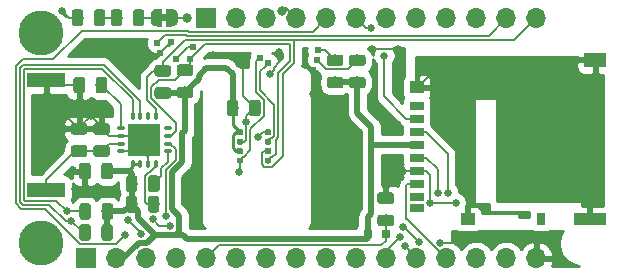
<source format=gbr>
G04 #@! TF.GenerationSoftware,KiCad,Pcbnew,(5.1.4)-1*
G04 #@! TF.CreationDate,2019-12-20T11:27:30-05:00*
G04 #@! TF.ProjectId,Feather-weather-station,46656174-6865-4722-9d77-656174686572,rev?*
G04 #@! TF.SameCoordinates,Original*
G04 #@! TF.FileFunction,Copper,L1,Top*
G04 #@! TF.FilePolarity,Positive*
%FSLAX46Y46*%
G04 Gerber Fmt 4.6, Leading zero omitted, Abs format (unit mm)*
G04 Created by KiCad (PCBNEW (5.1.4)-1) date 2019-12-20 11:27:30*
%MOMM*%
%LPD*%
G04 APERTURE LIST*
%ADD10C,0.100000*%
%ADD11O,1.700000X1.700000*%
%ADD12R,1.700000X1.700000*%
%ADD13C,0.500000*%
%ADD14R,0.800000X0.800000*%
%ADD15R,1.200000X0.700000*%
%ADD16R,1.200000X1.000000*%
%ADD17R,0.800000X1.000000*%
%ADD18R,2.800000X1.000000*%
%ADD19R,1.900000X1.300000*%
%ADD20O,0.800000X0.350000*%
%ADD21O,0.350000X0.800000*%
%ADD22R,2.800000X2.800000*%
%ADD23C,3.800000*%
%ADD24C,0.975000*%
%ADD25R,3.200000X1.300000*%
%ADD26C,0.660400*%
%ADD27C,0.800000*%
%ADD28C,0.609600*%
%ADD29C,0.152400*%
%ADD30C,0.254000*%
%ADD31C,0.508000*%
G04 APERTURE END LIST*
D10*
G36*
X132007800Y-52497000D02*
G01*
X132507800Y-52497000D01*
X132507800Y-51897000D01*
X132007800Y-51897000D01*
X132007800Y-52497000D01*
G37*
D11*
X163741100Y-52260500D03*
X161201100Y-52260500D03*
X158661100Y-52260500D03*
X156121100Y-52260500D03*
X153581100Y-52260500D03*
X151041100Y-52260500D03*
X148501100Y-52260500D03*
X145961100Y-52260500D03*
X143421100Y-52260500D03*
X140881100Y-52260500D03*
X138341100Y-52260500D03*
D12*
X135801100Y-52260500D03*
D13*
X132907800Y-52197000D03*
D10*
G36*
X132407800Y-51447000D02*
G01*
X132907800Y-51447000D01*
X132907800Y-51447602D01*
X132932334Y-51447602D01*
X132981165Y-51452412D01*
X133029290Y-51461984D01*
X133076245Y-51476228D01*
X133121578Y-51495005D01*
X133164851Y-51518136D01*
X133205650Y-51545396D01*
X133243579Y-51576524D01*
X133278276Y-51611221D01*
X133309404Y-51649150D01*
X133336664Y-51689949D01*
X133359795Y-51733222D01*
X133378572Y-51778555D01*
X133392816Y-51825510D01*
X133402388Y-51873635D01*
X133407198Y-51922466D01*
X133407198Y-51947000D01*
X133407800Y-51947000D01*
X133407800Y-52447000D01*
X133407198Y-52447000D01*
X133407198Y-52471534D01*
X133402388Y-52520365D01*
X133392816Y-52568490D01*
X133378572Y-52615445D01*
X133359795Y-52660778D01*
X133336664Y-52704051D01*
X133309404Y-52744850D01*
X133278276Y-52782779D01*
X133243579Y-52817476D01*
X133205650Y-52848604D01*
X133164851Y-52875864D01*
X133121578Y-52898995D01*
X133076245Y-52917772D01*
X133029290Y-52932016D01*
X132981165Y-52941588D01*
X132932334Y-52946398D01*
X132907800Y-52946398D01*
X132907800Y-52947000D01*
X132407800Y-52947000D01*
X132407800Y-51447000D01*
X132407800Y-51447000D01*
G37*
D13*
X131607800Y-52197000D03*
D10*
G36*
X131607800Y-52946398D02*
G01*
X131583266Y-52946398D01*
X131534435Y-52941588D01*
X131486310Y-52932016D01*
X131439355Y-52917772D01*
X131394022Y-52898995D01*
X131350749Y-52875864D01*
X131309950Y-52848604D01*
X131272021Y-52817476D01*
X131237324Y-52782779D01*
X131206196Y-52744850D01*
X131178936Y-52704051D01*
X131155805Y-52660778D01*
X131137028Y-52615445D01*
X131122784Y-52568490D01*
X131113212Y-52520365D01*
X131108402Y-52471534D01*
X131108402Y-52447000D01*
X131107800Y-52447000D01*
X131107800Y-51947000D01*
X131108402Y-51947000D01*
X131108402Y-51922466D01*
X131113212Y-51873635D01*
X131122784Y-51825510D01*
X131137028Y-51778555D01*
X131155805Y-51733222D01*
X131178936Y-51689949D01*
X131206196Y-51649150D01*
X131237324Y-51611221D01*
X131272021Y-51576524D01*
X131309950Y-51545396D01*
X131350749Y-51518136D01*
X131394022Y-51495005D01*
X131439355Y-51476228D01*
X131486310Y-51461984D01*
X131534435Y-51452412D01*
X131583266Y-51447602D01*
X131607800Y-51447602D01*
X131607800Y-51447000D01*
X132107800Y-51447000D01*
X132107800Y-52947000D01*
X131607800Y-52947000D01*
X131607800Y-52946398D01*
X131607800Y-52946398D01*
G37*
G36*
X141189652Y-61644202D02*
G01*
X141201786Y-61646002D01*
X141213686Y-61648982D01*
X141225235Y-61653115D01*
X141236325Y-61658360D01*
X141246846Y-61664666D01*
X141256699Y-61671974D01*
X141265788Y-61680212D01*
X141274026Y-61689301D01*
X141281334Y-61699154D01*
X141287640Y-61709675D01*
X141292885Y-61720765D01*
X141297018Y-61732314D01*
X141299998Y-61744214D01*
X141301798Y-61756348D01*
X141302400Y-61768600D01*
X141302400Y-62018600D01*
X141301798Y-62030852D01*
X141299998Y-62042986D01*
X141297018Y-62054886D01*
X141292885Y-62066435D01*
X141287640Y-62077525D01*
X141281334Y-62088046D01*
X141274026Y-62097899D01*
X141265788Y-62106988D01*
X141256699Y-62115226D01*
X141246846Y-62122534D01*
X141236325Y-62128840D01*
X141225235Y-62134085D01*
X141213686Y-62138218D01*
X141201786Y-62141198D01*
X141189652Y-62142998D01*
X141177400Y-62143600D01*
X140902400Y-62143600D01*
X140890148Y-62142998D01*
X140878014Y-62141198D01*
X140866114Y-62138218D01*
X140854565Y-62134085D01*
X140843475Y-62128840D01*
X140832954Y-62122534D01*
X140823101Y-62115226D01*
X140814012Y-62106988D01*
X140805774Y-62097899D01*
X140798466Y-62088046D01*
X140792160Y-62077525D01*
X140786915Y-62066435D01*
X140782782Y-62054886D01*
X140779802Y-62042986D01*
X140778002Y-62030852D01*
X140777400Y-62018600D01*
X140777400Y-61768600D01*
X140778002Y-61756348D01*
X140779802Y-61744214D01*
X140782782Y-61732314D01*
X140786915Y-61720765D01*
X140792160Y-61709675D01*
X140798466Y-61699154D01*
X140805774Y-61689301D01*
X140814012Y-61680212D01*
X140823101Y-61671974D01*
X140832954Y-61664666D01*
X140843475Y-61658360D01*
X140854565Y-61653115D01*
X140866114Y-61648982D01*
X140878014Y-61646002D01*
X140890148Y-61644202D01*
X140902400Y-61643600D01*
X141177400Y-61643600D01*
X141189652Y-61644202D01*
X141189652Y-61644202D01*
G37*
D13*
X141039900Y-61893600D03*
D10*
G36*
X141189652Y-62444202D02*
G01*
X141201786Y-62446002D01*
X141213686Y-62448982D01*
X141225235Y-62453115D01*
X141236325Y-62458360D01*
X141246846Y-62464666D01*
X141256699Y-62471974D01*
X141265788Y-62480212D01*
X141274026Y-62489301D01*
X141281334Y-62499154D01*
X141287640Y-62509675D01*
X141292885Y-62520765D01*
X141297018Y-62532314D01*
X141299998Y-62544214D01*
X141301798Y-62556348D01*
X141302400Y-62568600D01*
X141302400Y-62818600D01*
X141301798Y-62830852D01*
X141299998Y-62842986D01*
X141297018Y-62854886D01*
X141292885Y-62866435D01*
X141287640Y-62877525D01*
X141281334Y-62888046D01*
X141274026Y-62897899D01*
X141265788Y-62906988D01*
X141256699Y-62915226D01*
X141246846Y-62922534D01*
X141236325Y-62928840D01*
X141225235Y-62934085D01*
X141213686Y-62938218D01*
X141201786Y-62941198D01*
X141189652Y-62942998D01*
X141177400Y-62943600D01*
X140902400Y-62943600D01*
X140890148Y-62942998D01*
X140878014Y-62941198D01*
X140866114Y-62938218D01*
X140854565Y-62934085D01*
X140843475Y-62928840D01*
X140832954Y-62922534D01*
X140823101Y-62915226D01*
X140814012Y-62906988D01*
X140805774Y-62897899D01*
X140798466Y-62888046D01*
X140792160Y-62877525D01*
X140786915Y-62866435D01*
X140782782Y-62854886D01*
X140779802Y-62842986D01*
X140778002Y-62830852D01*
X140777400Y-62818600D01*
X140777400Y-62568600D01*
X140778002Y-62556348D01*
X140779802Y-62544214D01*
X140782782Y-62532314D01*
X140786915Y-62520765D01*
X140792160Y-62509675D01*
X140798466Y-62499154D01*
X140805774Y-62489301D01*
X140814012Y-62480212D01*
X140823101Y-62471974D01*
X140832954Y-62464666D01*
X140843475Y-62458360D01*
X140854565Y-62453115D01*
X140866114Y-62448982D01*
X140878014Y-62446002D01*
X140890148Y-62444202D01*
X140902400Y-62443600D01*
X141177400Y-62443600D01*
X141189652Y-62444202D01*
X141189652Y-62444202D01*
G37*
D13*
X141039900Y-62693600D03*
D10*
G36*
X141189652Y-63244202D02*
G01*
X141201786Y-63246002D01*
X141213686Y-63248982D01*
X141225235Y-63253115D01*
X141236325Y-63258360D01*
X141246846Y-63264666D01*
X141256699Y-63271974D01*
X141265788Y-63280212D01*
X141274026Y-63289301D01*
X141281334Y-63299154D01*
X141287640Y-63309675D01*
X141292885Y-63320765D01*
X141297018Y-63332314D01*
X141299998Y-63344214D01*
X141301798Y-63356348D01*
X141302400Y-63368600D01*
X141302400Y-63618600D01*
X141301798Y-63630852D01*
X141299998Y-63642986D01*
X141297018Y-63654886D01*
X141292885Y-63666435D01*
X141287640Y-63677525D01*
X141281334Y-63688046D01*
X141274026Y-63697899D01*
X141265788Y-63706988D01*
X141256699Y-63715226D01*
X141246846Y-63722534D01*
X141236325Y-63728840D01*
X141225235Y-63734085D01*
X141213686Y-63738218D01*
X141201786Y-63741198D01*
X141189652Y-63742998D01*
X141177400Y-63743600D01*
X140902400Y-63743600D01*
X140890148Y-63742998D01*
X140878014Y-63741198D01*
X140866114Y-63738218D01*
X140854565Y-63734085D01*
X140843475Y-63728840D01*
X140832954Y-63722534D01*
X140823101Y-63715226D01*
X140814012Y-63706988D01*
X140805774Y-63697899D01*
X140798466Y-63688046D01*
X140792160Y-63677525D01*
X140786915Y-63666435D01*
X140782782Y-63654886D01*
X140779802Y-63642986D01*
X140778002Y-63630852D01*
X140777400Y-63618600D01*
X140777400Y-63368600D01*
X140778002Y-63356348D01*
X140779802Y-63344214D01*
X140782782Y-63332314D01*
X140786915Y-63320765D01*
X140792160Y-63309675D01*
X140798466Y-63299154D01*
X140805774Y-63289301D01*
X140814012Y-63280212D01*
X140823101Y-63271974D01*
X140832954Y-63264666D01*
X140843475Y-63258360D01*
X140854565Y-63253115D01*
X140866114Y-63248982D01*
X140878014Y-63246002D01*
X140890148Y-63244202D01*
X140902400Y-63243600D01*
X141177400Y-63243600D01*
X141189652Y-63244202D01*
X141189652Y-63244202D01*
G37*
D13*
X141039900Y-63493600D03*
D10*
G36*
X141189652Y-64044202D02*
G01*
X141201786Y-64046002D01*
X141213686Y-64048982D01*
X141225235Y-64053115D01*
X141236325Y-64058360D01*
X141246846Y-64064666D01*
X141256699Y-64071974D01*
X141265788Y-64080212D01*
X141274026Y-64089301D01*
X141281334Y-64099154D01*
X141287640Y-64109675D01*
X141292885Y-64120765D01*
X141297018Y-64132314D01*
X141299998Y-64144214D01*
X141301798Y-64156348D01*
X141302400Y-64168600D01*
X141302400Y-64418600D01*
X141301798Y-64430852D01*
X141299998Y-64442986D01*
X141297018Y-64454886D01*
X141292885Y-64466435D01*
X141287640Y-64477525D01*
X141281334Y-64488046D01*
X141274026Y-64497899D01*
X141265788Y-64506988D01*
X141256699Y-64515226D01*
X141246846Y-64522534D01*
X141236325Y-64528840D01*
X141225235Y-64534085D01*
X141213686Y-64538218D01*
X141201786Y-64541198D01*
X141189652Y-64542998D01*
X141177400Y-64543600D01*
X140902400Y-64543600D01*
X140890148Y-64542998D01*
X140878014Y-64541198D01*
X140866114Y-64538218D01*
X140854565Y-64534085D01*
X140843475Y-64528840D01*
X140832954Y-64522534D01*
X140823101Y-64515226D01*
X140814012Y-64506988D01*
X140805774Y-64497899D01*
X140798466Y-64488046D01*
X140792160Y-64477525D01*
X140786915Y-64466435D01*
X140782782Y-64454886D01*
X140779802Y-64442986D01*
X140778002Y-64430852D01*
X140777400Y-64418600D01*
X140777400Y-64168600D01*
X140778002Y-64156348D01*
X140779802Y-64144214D01*
X140782782Y-64132314D01*
X140786915Y-64120765D01*
X140792160Y-64109675D01*
X140798466Y-64099154D01*
X140805774Y-64089301D01*
X140814012Y-64080212D01*
X140823101Y-64071974D01*
X140832954Y-64064666D01*
X140843475Y-64058360D01*
X140854565Y-64053115D01*
X140866114Y-64048982D01*
X140878014Y-64046002D01*
X140890148Y-64044202D01*
X140902400Y-64043600D01*
X141177400Y-64043600D01*
X141189652Y-64044202D01*
X141189652Y-64044202D01*
G37*
D13*
X141039900Y-64293600D03*
D10*
G36*
X138814652Y-64044202D02*
G01*
X138826786Y-64046002D01*
X138838686Y-64048982D01*
X138850235Y-64053115D01*
X138861325Y-64058360D01*
X138871846Y-64064666D01*
X138881699Y-64071974D01*
X138890788Y-64080212D01*
X138899026Y-64089301D01*
X138906334Y-64099154D01*
X138912640Y-64109675D01*
X138917885Y-64120765D01*
X138922018Y-64132314D01*
X138924998Y-64144214D01*
X138926798Y-64156348D01*
X138927400Y-64168600D01*
X138927400Y-64418600D01*
X138926798Y-64430852D01*
X138924998Y-64442986D01*
X138922018Y-64454886D01*
X138917885Y-64466435D01*
X138912640Y-64477525D01*
X138906334Y-64488046D01*
X138899026Y-64497899D01*
X138890788Y-64506988D01*
X138881699Y-64515226D01*
X138871846Y-64522534D01*
X138861325Y-64528840D01*
X138850235Y-64534085D01*
X138838686Y-64538218D01*
X138826786Y-64541198D01*
X138814652Y-64542998D01*
X138802400Y-64543600D01*
X138527400Y-64543600D01*
X138515148Y-64542998D01*
X138503014Y-64541198D01*
X138491114Y-64538218D01*
X138479565Y-64534085D01*
X138468475Y-64528840D01*
X138457954Y-64522534D01*
X138448101Y-64515226D01*
X138439012Y-64506988D01*
X138430774Y-64497899D01*
X138423466Y-64488046D01*
X138417160Y-64477525D01*
X138411915Y-64466435D01*
X138407782Y-64454886D01*
X138404802Y-64442986D01*
X138403002Y-64430852D01*
X138402400Y-64418600D01*
X138402400Y-64168600D01*
X138403002Y-64156348D01*
X138404802Y-64144214D01*
X138407782Y-64132314D01*
X138411915Y-64120765D01*
X138417160Y-64109675D01*
X138423466Y-64099154D01*
X138430774Y-64089301D01*
X138439012Y-64080212D01*
X138448101Y-64071974D01*
X138457954Y-64064666D01*
X138468475Y-64058360D01*
X138479565Y-64053115D01*
X138491114Y-64048982D01*
X138503014Y-64046002D01*
X138515148Y-64044202D01*
X138527400Y-64043600D01*
X138802400Y-64043600D01*
X138814652Y-64044202D01*
X138814652Y-64044202D01*
G37*
D13*
X138664900Y-64293600D03*
D10*
G36*
X138814652Y-63244202D02*
G01*
X138826786Y-63246002D01*
X138838686Y-63248982D01*
X138850235Y-63253115D01*
X138861325Y-63258360D01*
X138871846Y-63264666D01*
X138881699Y-63271974D01*
X138890788Y-63280212D01*
X138899026Y-63289301D01*
X138906334Y-63299154D01*
X138912640Y-63309675D01*
X138917885Y-63320765D01*
X138922018Y-63332314D01*
X138924998Y-63344214D01*
X138926798Y-63356348D01*
X138927400Y-63368600D01*
X138927400Y-63618600D01*
X138926798Y-63630852D01*
X138924998Y-63642986D01*
X138922018Y-63654886D01*
X138917885Y-63666435D01*
X138912640Y-63677525D01*
X138906334Y-63688046D01*
X138899026Y-63697899D01*
X138890788Y-63706988D01*
X138881699Y-63715226D01*
X138871846Y-63722534D01*
X138861325Y-63728840D01*
X138850235Y-63734085D01*
X138838686Y-63738218D01*
X138826786Y-63741198D01*
X138814652Y-63742998D01*
X138802400Y-63743600D01*
X138527400Y-63743600D01*
X138515148Y-63742998D01*
X138503014Y-63741198D01*
X138491114Y-63738218D01*
X138479565Y-63734085D01*
X138468475Y-63728840D01*
X138457954Y-63722534D01*
X138448101Y-63715226D01*
X138439012Y-63706988D01*
X138430774Y-63697899D01*
X138423466Y-63688046D01*
X138417160Y-63677525D01*
X138411915Y-63666435D01*
X138407782Y-63654886D01*
X138404802Y-63642986D01*
X138403002Y-63630852D01*
X138402400Y-63618600D01*
X138402400Y-63368600D01*
X138403002Y-63356348D01*
X138404802Y-63344214D01*
X138407782Y-63332314D01*
X138411915Y-63320765D01*
X138417160Y-63309675D01*
X138423466Y-63299154D01*
X138430774Y-63289301D01*
X138439012Y-63280212D01*
X138448101Y-63271974D01*
X138457954Y-63264666D01*
X138468475Y-63258360D01*
X138479565Y-63253115D01*
X138491114Y-63248982D01*
X138503014Y-63246002D01*
X138515148Y-63244202D01*
X138527400Y-63243600D01*
X138802400Y-63243600D01*
X138814652Y-63244202D01*
X138814652Y-63244202D01*
G37*
D13*
X138664900Y-63493600D03*
D10*
G36*
X138814652Y-62444202D02*
G01*
X138826786Y-62446002D01*
X138838686Y-62448982D01*
X138850235Y-62453115D01*
X138861325Y-62458360D01*
X138871846Y-62464666D01*
X138881699Y-62471974D01*
X138890788Y-62480212D01*
X138899026Y-62489301D01*
X138906334Y-62499154D01*
X138912640Y-62509675D01*
X138917885Y-62520765D01*
X138922018Y-62532314D01*
X138924998Y-62544214D01*
X138926798Y-62556348D01*
X138927400Y-62568600D01*
X138927400Y-62818600D01*
X138926798Y-62830852D01*
X138924998Y-62842986D01*
X138922018Y-62854886D01*
X138917885Y-62866435D01*
X138912640Y-62877525D01*
X138906334Y-62888046D01*
X138899026Y-62897899D01*
X138890788Y-62906988D01*
X138881699Y-62915226D01*
X138871846Y-62922534D01*
X138861325Y-62928840D01*
X138850235Y-62934085D01*
X138838686Y-62938218D01*
X138826786Y-62941198D01*
X138814652Y-62942998D01*
X138802400Y-62943600D01*
X138527400Y-62943600D01*
X138515148Y-62942998D01*
X138503014Y-62941198D01*
X138491114Y-62938218D01*
X138479565Y-62934085D01*
X138468475Y-62928840D01*
X138457954Y-62922534D01*
X138448101Y-62915226D01*
X138439012Y-62906988D01*
X138430774Y-62897899D01*
X138423466Y-62888046D01*
X138417160Y-62877525D01*
X138411915Y-62866435D01*
X138407782Y-62854886D01*
X138404802Y-62842986D01*
X138403002Y-62830852D01*
X138402400Y-62818600D01*
X138402400Y-62568600D01*
X138403002Y-62556348D01*
X138404802Y-62544214D01*
X138407782Y-62532314D01*
X138411915Y-62520765D01*
X138417160Y-62509675D01*
X138423466Y-62499154D01*
X138430774Y-62489301D01*
X138439012Y-62480212D01*
X138448101Y-62471974D01*
X138457954Y-62464666D01*
X138468475Y-62458360D01*
X138479565Y-62453115D01*
X138491114Y-62448982D01*
X138503014Y-62446002D01*
X138515148Y-62444202D01*
X138527400Y-62443600D01*
X138802400Y-62443600D01*
X138814652Y-62444202D01*
X138814652Y-62444202D01*
G37*
D13*
X138664900Y-62693600D03*
D10*
G36*
X138814652Y-61644202D02*
G01*
X138826786Y-61646002D01*
X138838686Y-61648982D01*
X138850235Y-61653115D01*
X138861325Y-61658360D01*
X138871846Y-61664666D01*
X138881699Y-61671974D01*
X138890788Y-61680212D01*
X138899026Y-61689301D01*
X138906334Y-61699154D01*
X138912640Y-61709675D01*
X138917885Y-61720765D01*
X138922018Y-61732314D01*
X138924998Y-61744214D01*
X138926798Y-61756348D01*
X138927400Y-61768600D01*
X138927400Y-62018600D01*
X138926798Y-62030852D01*
X138924998Y-62042986D01*
X138922018Y-62054886D01*
X138917885Y-62066435D01*
X138912640Y-62077525D01*
X138906334Y-62088046D01*
X138899026Y-62097899D01*
X138890788Y-62106988D01*
X138881699Y-62115226D01*
X138871846Y-62122534D01*
X138861325Y-62128840D01*
X138850235Y-62134085D01*
X138838686Y-62138218D01*
X138826786Y-62141198D01*
X138814652Y-62142998D01*
X138802400Y-62143600D01*
X138527400Y-62143600D01*
X138515148Y-62142998D01*
X138503014Y-62141198D01*
X138491114Y-62138218D01*
X138479565Y-62134085D01*
X138468475Y-62128840D01*
X138457954Y-62122534D01*
X138448101Y-62115226D01*
X138439012Y-62106988D01*
X138430774Y-62097899D01*
X138423466Y-62088046D01*
X138417160Y-62077525D01*
X138411915Y-62066435D01*
X138407782Y-62054886D01*
X138404802Y-62042986D01*
X138403002Y-62030852D01*
X138402400Y-62018600D01*
X138402400Y-61768600D01*
X138403002Y-61756348D01*
X138404802Y-61744214D01*
X138407782Y-61732314D01*
X138411915Y-61720765D01*
X138417160Y-61709675D01*
X138423466Y-61699154D01*
X138430774Y-61689301D01*
X138439012Y-61680212D01*
X138448101Y-61671974D01*
X138457954Y-61664666D01*
X138468475Y-61658360D01*
X138479565Y-61653115D01*
X138491114Y-61648982D01*
X138503014Y-61646002D01*
X138515148Y-61644202D01*
X138527400Y-61643600D01*
X138802400Y-61643600D01*
X138814652Y-61644202D01*
X138814652Y-61644202D01*
G37*
D13*
X138664900Y-61893600D03*
D14*
X149503700Y-70548500D03*
X151003700Y-70548500D03*
D15*
X153641200Y-68295500D03*
X153641200Y-67345500D03*
X153641200Y-59645500D03*
X153641200Y-60745500D03*
X153641200Y-61845500D03*
X153641200Y-62945500D03*
X153641200Y-64045500D03*
X153641200Y-65145500D03*
X153641200Y-66245500D03*
D16*
X153641200Y-58095500D03*
X157941200Y-69245500D03*
D17*
X164141200Y-69245500D03*
D18*
X168291200Y-69245500D03*
D19*
X168741200Y-55745500D03*
D20*
X128568700Y-61572500D03*
X128568700Y-62222500D03*
X128568700Y-62872500D03*
X128568700Y-63522500D03*
D21*
X129593700Y-64547500D03*
X130243700Y-64547500D03*
X130893700Y-64547500D03*
X131543700Y-64547500D03*
D20*
X132568700Y-63522500D03*
X132568700Y-62872500D03*
X132568700Y-62222500D03*
X132568700Y-61572500D03*
D21*
X131543700Y-60547500D03*
X130893700Y-60547500D03*
X130243700Y-60547500D03*
X129593700Y-60547500D03*
D22*
X130568700Y-62547500D03*
D23*
X121831100Y-71310500D03*
X121831100Y-53530500D03*
D10*
G36*
X127429342Y-61123674D02*
G01*
X127453003Y-61127184D01*
X127476207Y-61132996D01*
X127498729Y-61141054D01*
X127520353Y-61151282D01*
X127540870Y-61163579D01*
X127560083Y-61177829D01*
X127577807Y-61193893D01*
X127593871Y-61211617D01*
X127608121Y-61230830D01*
X127620418Y-61251347D01*
X127630646Y-61272971D01*
X127638704Y-61295493D01*
X127644516Y-61318697D01*
X127648026Y-61342358D01*
X127649200Y-61366250D01*
X127649200Y-61853750D01*
X127648026Y-61877642D01*
X127644516Y-61901303D01*
X127638704Y-61924507D01*
X127630646Y-61947029D01*
X127620418Y-61968653D01*
X127608121Y-61989170D01*
X127593871Y-62008383D01*
X127577807Y-62026107D01*
X127560083Y-62042171D01*
X127540870Y-62056421D01*
X127520353Y-62068718D01*
X127498729Y-62078946D01*
X127476207Y-62087004D01*
X127453003Y-62092816D01*
X127429342Y-62096326D01*
X127405450Y-62097500D01*
X126492950Y-62097500D01*
X126469058Y-62096326D01*
X126445397Y-62092816D01*
X126422193Y-62087004D01*
X126399671Y-62078946D01*
X126378047Y-62068718D01*
X126357530Y-62056421D01*
X126338317Y-62042171D01*
X126320593Y-62026107D01*
X126304529Y-62008383D01*
X126290279Y-61989170D01*
X126277982Y-61968653D01*
X126267754Y-61947029D01*
X126259696Y-61924507D01*
X126253884Y-61901303D01*
X126250374Y-61877642D01*
X126249200Y-61853750D01*
X126249200Y-61366250D01*
X126250374Y-61342358D01*
X126253884Y-61318697D01*
X126259696Y-61295493D01*
X126267754Y-61272971D01*
X126277982Y-61251347D01*
X126290279Y-61230830D01*
X126304529Y-61211617D01*
X126320593Y-61193893D01*
X126338317Y-61177829D01*
X126357530Y-61163579D01*
X126378047Y-61151282D01*
X126399671Y-61141054D01*
X126422193Y-61132996D01*
X126445397Y-61127184D01*
X126469058Y-61123674D01*
X126492950Y-61122500D01*
X127405450Y-61122500D01*
X127429342Y-61123674D01*
X127429342Y-61123674D01*
G37*
D24*
X126949200Y-61610000D03*
D10*
G36*
X127429342Y-62998674D02*
G01*
X127453003Y-63002184D01*
X127476207Y-63007996D01*
X127498729Y-63016054D01*
X127520353Y-63026282D01*
X127540870Y-63038579D01*
X127560083Y-63052829D01*
X127577807Y-63068893D01*
X127593871Y-63086617D01*
X127608121Y-63105830D01*
X127620418Y-63126347D01*
X127630646Y-63147971D01*
X127638704Y-63170493D01*
X127644516Y-63193697D01*
X127648026Y-63217358D01*
X127649200Y-63241250D01*
X127649200Y-63728750D01*
X127648026Y-63752642D01*
X127644516Y-63776303D01*
X127638704Y-63799507D01*
X127630646Y-63822029D01*
X127620418Y-63843653D01*
X127608121Y-63864170D01*
X127593871Y-63883383D01*
X127577807Y-63901107D01*
X127560083Y-63917171D01*
X127540870Y-63931421D01*
X127520353Y-63943718D01*
X127498729Y-63953946D01*
X127476207Y-63962004D01*
X127453003Y-63967816D01*
X127429342Y-63971326D01*
X127405450Y-63972500D01*
X126492950Y-63972500D01*
X126469058Y-63971326D01*
X126445397Y-63967816D01*
X126422193Y-63962004D01*
X126399671Y-63953946D01*
X126378047Y-63943718D01*
X126357530Y-63931421D01*
X126338317Y-63917171D01*
X126320593Y-63901107D01*
X126304529Y-63883383D01*
X126290279Y-63864170D01*
X126277982Y-63843653D01*
X126267754Y-63822029D01*
X126259696Y-63799507D01*
X126253884Y-63776303D01*
X126250374Y-63752642D01*
X126249200Y-63728750D01*
X126249200Y-63241250D01*
X126250374Y-63217358D01*
X126253884Y-63193697D01*
X126259696Y-63170493D01*
X126267754Y-63147971D01*
X126277982Y-63126347D01*
X126290279Y-63105830D01*
X126304529Y-63086617D01*
X126320593Y-63068893D01*
X126338317Y-63052829D01*
X126357530Y-63038579D01*
X126378047Y-63026282D01*
X126399671Y-63016054D01*
X126422193Y-63007996D01*
X126445397Y-63002184D01*
X126469058Y-62998674D01*
X126492950Y-62997500D01*
X127405450Y-62997500D01*
X127429342Y-62998674D01*
X127429342Y-62998674D01*
G37*
D24*
X126949200Y-63485000D03*
D10*
G36*
X129771842Y-65557074D02*
G01*
X129795503Y-65560584D01*
X129818707Y-65566396D01*
X129841229Y-65574454D01*
X129862853Y-65584682D01*
X129883370Y-65596979D01*
X129902583Y-65611229D01*
X129920307Y-65627293D01*
X129936371Y-65645017D01*
X129950621Y-65664230D01*
X129962918Y-65684747D01*
X129973146Y-65706371D01*
X129981204Y-65728893D01*
X129987016Y-65752097D01*
X129990526Y-65775758D01*
X129991700Y-65799650D01*
X129991700Y-66712150D01*
X129990526Y-66736042D01*
X129987016Y-66759703D01*
X129981204Y-66782907D01*
X129973146Y-66805429D01*
X129962918Y-66827053D01*
X129950621Y-66847570D01*
X129936371Y-66866783D01*
X129920307Y-66884507D01*
X129902583Y-66900571D01*
X129883370Y-66914821D01*
X129862853Y-66927118D01*
X129841229Y-66937346D01*
X129818707Y-66945404D01*
X129795503Y-66951216D01*
X129771842Y-66954726D01*
X129747950Y-66955900D01*
X129260450Y-66955900D01*
X129236558Y-66954726D01*
X129212897Y-66951216D01*
X129189693Y-66945404D01*
X129167171Y-66937346D01*
X129145547Y-66927118D01*
X129125030Y-66914821D01*
X129105817Y-66900571D01*
X129088093Y-66884507D01*
X129072029Y-66866783D01*
X129057779Y-66847570D01*
X129045482Y-66827053D01*
X129035254Y-66805429D01*
X129027196Y-66782907D01*
X129021384Y-66759703D01*
X129017874Y-66736042D01*
X129016700Y-66712150D01*
X129016700Y-65799650D01*
X129017874Y-65775758D01*
X129021384Y-65752097D01*
X129027196Y-65728893D01*
X129035254Y-65706371D01*
X129045482Y-65684747D01*
X129057779Y-65664230D01*
X129072029Y-65645017D01*
X129088093Y-65627293D01*
X129105817Y-65611229D01*
X129125030Y-65596979D01*
X129145547Y-65584682D01*
X129167171Y-65574454D01*
X129189693Y-65566396D01*
X129212897Y-65560584D01*
X129236558Y-65557074D01*
X129260450Y-65555900D01*
X129747950Y-65555900D01*
X129771842Y-65557074D01*
X129771842Y-65557074D01*
G37*
D24*
X129504200Y-66255900D03*
D10*
G36*
X131646842Y-65557074D02*
G01*
X131670503Y-65560584D01*
X131693707Y-65566396D01*
X131716229Y-65574454D01*
X131737853Y-65584682D01*
X131758370Y-65596979D01*
X131777583Y-65611229D01*
X131795307Y-65627293D01*
X131811371Y-65645017D01*
X131825621Y-65664230D01*
X131837918Y-65684747D01*
X131848146Y-65706371D01*
X131856204Y-65728893D01*
X131862016Y-65752097D01*
X131865526Y-65775758D01*
X131866700Y-65799650D01*
X131866700Y-66712150D01*
X131865526Y-66736042D01*
X131862016Y-66759703D01*
X131856204Y-66782907D01*
X131848146Y-66805429D01*
X131837918Y-66827053D01*
X131825621Y-66847570D01*
X131811371Y-66866783D01*
X131795307Y-66884507D01*
X131777583Y-66900571D01*
X131758370Y-66914821D01*
X131737853Y-66927118D01*
X131716229Y-66937346D01*
X131693707Y-66945404D01*
X131670503Y-66951216D01*
X131646842Y-66954726D01*
X131622950Y-66955900D01*
X131135450Y-66955900D01*
X131111558Y-66954726D01*
X131087897Y-66951216D01*
X131064693Y-66945404D01*
X131042171Y-66937346D01*
X131020547Y-66927118D01*
X131000030Y-66914821D01*
X130980817Y-66900571D01*
X130963093Y-66884507D01*
X130947029Y-66866783D01*
X130932779Y-66847570D01*
X130920482Y-66827053D01*
X130910254Y-66805429D01*
X130902196Y-66782907D01*
X130896384Y-66759703D01*
X130892874Y-66736042D01*
X130891700Y-66712150D01*
X130891700Y-65799650D01*
X130892874Y-65775758D01*
X130896384Y-65752097D01*
X130902196Y-65728893D01*
X130910254Y-65706371D01*
X130920482Y-65684747D01*
X130932779Y-65664230D01*
X130947029Y-65645017D01*
X130963093Y-65627293D01*
X130980817Y-65611229D01*
X131000030Y-65596979D01*
X131020547Y-65584682D01*
X131042171Y-65574454D01*
X131064693Y-65566396D01*
X131087897Y-65560584D01*
X131111558Y-65557074D01*
X131135450Y-65555900D01*
X131622950Y-65555900D01*
X131646842Y-65557074D01*
X131646842Y-65557074D01*
G37*
D24*
X131379200Y-66255900D03*
D10*
G36*
X140193942Y-59143574D02*
G01*
X140217603Y-59147084D01*
X140240807Y-59152896D01*
X140263329Y-59160954D01*
X140284953Y-59171182D01*
X140305470Y-59183479D01*
X140324683Y-59197729D01*
X140342407Y-59213793D01*
X140358471Y-59231517D01*
X140372721Y-59250730D01*
X140385018Y-59271247D01*
X140395246Y-59292871D01*
X140403304Y-59315393D01*
X140409116Y-59338597D01*
X140412626Y-59362258D01*
X140413800Y-59386150D01*
X140413800Y-60298650D01*
X140412626Y-60322542D01*
X140409116Y-60346203D01*
X140403304Y-60369407D01*
X140395246Y-60391929D01*
X140385018Y-60413553D01*
X140372721Y-60434070D01*
X140358471Y-60453283D01*
X140342407Y-60471007D01*
X140324683Y-60487071D01*
X140305470Y-60501321D01*
X140284953Y-60513618D01*
X140263329Y-60523846D01*
X140240807Y-60531904D01*
X140217603Y-60537716D01*
X140193942Y-60541226D01*
X140170050Y-60542400D01*
X139682550Y-60542400D01*
X139658658Y-60541226D01*
X139634997Y-60537716D01*
X139611793Y-60531904D01*
X139589271Y-60523846D01*
X139567647Y-60513618D01*
X139547130Y-60501321D01*
X139527917Y-60487071D01*
X139510193Y-60471007D01*
X139494129Y-60453283D01*
X139479879Y-60434070D01*
X139467582Y-60413553D01*
X139457354Y-60391929D01*
X139449296Y-60369407D01*
X139443484Y-60346203D01*
X139439974Y-60322542D01*
X139438800Y-60298650D01*
X139438800Y-59386150D01*
X139439974Y-59362258D01*
X139443484Y-59338597D01*
X139449296Y-59315393D01*
X139457354Y-59292871D01*
X139467582Y-59271247D01*
X139479879Y-59250730D01*
X139494129Y-59231517D01*
X139510193Y-59213793D01*
X139527917Y-59197729D01*
X139547130Y-59183479D01*
X139567647Y-59171182D01*
X139589271Y-59160954D01*
X139611793Y-59152896D01*
X139634997Y-59147084D01*
X139658658Y-59143574D01*
X139682550Y-59142400D01*
X140170050Y-59142400D01*
X140193942Y-59143574D01*
X140193942Y-59143574D01*
G37*
D24*
X139926300Y-59842400D03*
D10*
G36*
X138318942Y-59143574D02*
G01*
X138342603Y-59147084D01*
X138365807Y-59152896D01*
X138388329Y-59160954D01*
X138409953Y-59171182D01*
X138430470Y-59183479D01*
X138449683Y-59197729D01*
X138467407Y-59213793D01*
X138483471Y-59231517D01*
X138497721Y-59250730D01*
X138510018Y-59271247D01*
X138520246Y-59292871D01*
X138528304Y-59315393D01*
X138534116Y-59338597D01*
X138537626Y-59362258D01*
X138538800Y-59386150D01*
X138538800Y-60298650D01*
X138537626Y-60322542D01*
X138534116Y-60346203D01*
X138528304Y-60369407D01*
X138520246Y-60391929D01*
X138510018Y-60413553D01*
X138497721Y-60434070D01*
X138483471Y-60453283D01*
X138467407Y-60471007D01*
X138449683Y-60487071D01*
X138430470Y-60501321D01*
X138409953Y-60513618D01*
X138388329Y-60523846D01*
X138365807Y-60531904D01*
X138342603Y-60537716D01*
X138318942Y-60541226D01*
X138295050Y-60542400D01*
X137807550Y-60542400D01*
X137783658Y-60541226D01*
X137759997Y-60537716D01*
X137736793Y-60531904D01*
X137714271Y-60523846D01*
X137692647Y-60513618D01*
X137672130Y-60501321D01*
X137652917Y-60487071D01*
X137635193Y-60471007D01*
X137619129Y-60453283D01*
X137604879Y-60434070D01*
X137592582Y-60413553D01*
X137582354Y-60391929D01*
X137574296Y-60369407D01*
X137568484Y-60346203D01*
X137564974Y-60322542D01*
X137563800Y-60298650D01*
X137563800Y-59386150D01*
X137564974Y-59362258D01*
X137568484Y-59338597D01*
X137574296Y-59315393D01*
X137582354Y-59292871D01*
X137592582Y-59271247D01*
X137604879Y-59250730D01*
X137619129Y-59231517D01*
X137635193Y-59213793D01*
X137652917Y-59197729D01*
X137672130Y-59183479D01*
X137692647Y-59171182D01*
X137714271Y-59160954D01*
X137736793Y-59152896D01*
X137759997Y-59147084D01*
X137783658Y-59143574D01*
X137807550Y-59142400D01*
X138295050Y-59142400D01*
X138318942Y-59143574D01*
X138318942Y-59143574D01*
G37*
D24*
X138051300Y-59842400D03*
D11*
X163741100Y-72580500D03*
X161201100Y-72580500D03*
X158661100Y-72580500D03*
X156121100Y-72580500D03*
X153581100Y-72580500D03*
X151041100Y-72580500D03*
X148501100Y-72580500D03*
X145961100Y-72580500D03*
X143421100Y-72580500D03*
X140881100Y-72580500D03*
X138341100Y-72580500D03*
X135801100Y-72580500D03*
X133261100Y-72580500D03*
X130721100Y-72580500D03*
X128181100Y-72580500D03*
D12*
X125641100Y-72580500D03*
D10*
G36*
X128489142Y-51498174D02*
G01*
X128512803Y-51501684D01*
X128536007Y-51507496D01*
X128558529Y-51515554D01*
X128580153Y-51525782D01*
X128600670Y-51538079D01*
X128619883Y-51552329D01*
X128637607Y-51568393D01*
X128653671Y-51586117D01*
X128667921Y-51605330D01*
X128680218Y-51625847D01*
X128690446Y-51647471D01*
X128698504Y-51669993D01*
X128704316Y-51693197D01*
X128707826Y-51716858D01*
X128709000Y-51740750D01*
X128709000Y-52653250D01*
X128707826Y-52677142D01*
X128704316Y-52700803D01*
X128698504Y-52724007D01*
X128690446Y-52746529D01*
X128680218Y-52768153D01*
X128667921Y-52788670D01*
X128653671Y-52807883D01*
X128637607Y-52825607D01*
X128619883Y-52841671D01*
X128600670Y-52855921D01*
X128580153Y-52868218D01*
X128558529Y-52878446D01*
X128536007Y-52886504D01*
X128512803Y-52892316D01*
X128489142Y-52895826D01*
X128465250Y-52897000D01*
X127977750Y-52897000D01*
X127953858Y-52895826D01*
X127930197Y-52892316D01*
X127906993Y-52886504D01*
X127884471Y-52878446D01*
X127862847Y-52868218D01*
X127842330Y-52855921D01*
X127823117Y-52841671D01*
X127805393Y-52825607D01*
X127789329Y-52807883D01*
X127775079Y-52788670D01*
X127762782Y-52768153D01*
X127752554Y-52746529D01*
X127744496Y-52724007D01*
X127738684Y-52700803D01*
X127735174Y-52677142D01*
X127734000Y-52653250D01*
X127734000Y-51740750D01*
X127735174Y-51716858D01*
X127738684Y-51693197D01*
X127744496Y-51669993D01*
X127752554Y-51647471D01*
X127762782Y-51625847D01*
X127775079Y-51605330D01*
X127789329Y-51586117D01*
X127805393Y-51568393D01*
X127823117Y-51552329D01*
X127842330Y-51538079D01*
X127862847Y-51525782D01*
X127884471Y-51515554D01*
X127906993Y-51507496D01*
X127930197Y-51501684D01*
X127953858Y-51498174D01*
X127977750Y-51497000D01*
X128465250Y-51497000D01*
X128489142Y-51498174D01*
X128489142Y-51498174D01*
G37*
D24*
X128221500Y-52197000D03*
D10*
G36*
X130364142Y-51498174D02*
G01*
X130387803Y-51501684D01*
X130411007Y-51507496D01*
X130433529Y-51515554D01*
X130455153Y-51525782D01*
X130475670Y-51538079D01*
X130494883Y-51552329D01*
X130512607Y-51568393D01*
X130528671Y-51586117D01*
X130542921Y-51605330D01*
X130555218Y-51625847D01*
X130565446Y-51647471D01*
X130573504Y-51669993D01*
X130579316Y-51693197D01*
X130582826Y-51716858D01*
X130584000Y-51740750D01*
X130584000Y-52653250D01*
X130582826Y-52677142D01*
X130579316Y-52700803D01*
X130573504Y-52724007D01*
X130565446Y-52746529D01*
X130555218Y-52768153D01*
X130542921Y-52788670D01*
X130528671Y-52807883D01*
X130512607Y-52825607D01*
X130494883Y-52841671D01*
X130475670Y-52855921D01*
X130455153Y-52868218D01*
X130433529Y-52878446D01*
X130411007Y-52886504D01*
X130387803Y-52892316D01*
X130364142Y-52895826D01*
X130340250Y-52897000D01*
X129852750Y-52897000D01*
X129828858Y-52895826D01*
X129805197Y-52892316D01*
X129781993Y-52886504D01*
X129759471Y-52878446D01*
X129737847Y-52868218D01*
X129717330Y-52855921D01*
X129698117Y-52841671D01*
X129680393Y-52825607D01*
X129664329Y-52807883D01*
X129650079Y-52788670D01*
X129637782Y-52768153D01*
X129627554Y-52746529D01*
X129619496Y-52724007D01*
X129613684Y-52700803D01*
X129610174Y-52677142D01*
X129609000Y-52653250D01*
X129609000Y-51740750D01*
X129610174Y-51716858D01*
X129613684Y-51693197D01*
X129619496Y-51669993D01*
X129627554Y-51647471D01*
X129637782Y-51625847D01*
X129650079Y-51605330D01*
X129664329Y-51586117D01*
X129680393Y-51568393D01*
X129698117Y-51552329D01*
X129717330Y-51538079D01*
X129737847Y-51525782D01*
X129759471Y-51515554D01*
X129781993Y-51507496D01*
X129805197Y-51501684D01*
X129828858Y-51498174D01*
X129852750Y-51497000D01*
X130340250Y-51497000D01*
X130364142Y-51498174D01*
X130364142Y-51498174D01*
G37*
D24*
X130096500Y-52197000D03*
D10*
G36*
X127062142Y-51498174D02*
G01*
X127085803Y-51501684D01*
X127109007Y-51507496D01*
X127131529Y-51515554D01*
X127153153Y-51525782D01*
X127173670Y-51538079D01*
X127192883Y-51552329D01*
X127210607Y-51568393D01*
X127226671Y-51586117D01*
X127240921Y-51605330D01*
X127253218Y-51625847D01*
X127263446Y-51647471D01*
X127271504Y-51669993D01*
X127277316Y-51693197D01*
X127280826Y-51716858D01*
X127282000Y-51740750D01*
X127282000Y-52653250D01*
X127280826Y-52677142D01*
X127277316Y-52700803D01*
X127271504Y-52724007D01*
X127263446Y-52746529D01*
X127253218Y-52768153D01*
X127240921Y-52788670D01*
X127226671Y-52807883D01*
X127210607Y-52825607D01*
X127192883Y-52841671D01*
X127173670Y-52855921D01*
X127153153Y-52868218D01*
X127131529Y-52878446D01*
X127109007Y-52886504D01*
X127085803Y-52892316D01*
X127062142Y-52895826D01*
X127038250Y-52897000D01*
X126550750Y-52897000D01*
X126526858Y-52895826D01*
X126503197Y-52892316D01*
X126479993Y-52886504D01*
X126457471Y-52878446D01*
X126435847Y-52868218D01*
X126415330Y-52855921D01*
X126396117Y-52841671D01*
X126378393Y-52825607D01*
X126362329Y-52807883D01*
X126348079Y-52788670D01*
X126335782Y-52768153D01*
X126325554Y-52746529D01*
X126317496Y-52724007D01*
X126311684Y-52700803D01*
X126308174Y-52677142D01*
X126307000Y-52653250D01*
X126307000Y-51740750D01*
X126308174Y-51716858D01*
X126311684Y-51693197D01*
X126317496Y-51669993D01*
X126325554Y-51647471D01*
X126335782Y-51625847D01*
X126348079Y-51605330D01*
X126362329Y-51586117D01*
X126378393Y-51568393D01*
X126396117Y-51552329D01*
X126415330Y-51538079D01*
X126435847Y-51525782D01*
X126457471Y-51515554D01*
X126479993Y-51507496D01*
X126503197Y-51501684D01*
X126526858Y-51498174D01*
X126550750Y-51497000D01*
X127038250Y-51497000D01*
X127062142Y-51498174D01*
X127062142Y-51498174D01*
G37*
D24*
X126794500Y-52197000D03*
D10*
G36*
X125187142Y-51498174D02*
G01*
X125210803Y-51501684D01*
X125234007Y-51507496D01*
X125256529Y-51515554D01*
X125278153Y-51525782D01*
X125298670Y-51538079D01*
X125317883Y-51552329D01*
X125335607Y-51568393D01*
X125351671Y-51586117D01*
X125365921Y-51605330D01*
X125378218Y-51625847D01*
X125388446Y-51647471D01*
X125396504Y-51669993D01*
X125402316Y-51693197D01*
X125405826Y-51716858D01*
X125407000Y-51740750D01*
X125407000Y-52653250D01*
X125405826Y-52677142D01*
X125402316Y-52700803D01*
X125396504Y-52724007D01*
X125388446Y-52746529D01*
X125378218Y-52768153D01*
X125365921Y-52788670D01*
X125351671Y-52807883D01*
X125335607Y-52825607D01*
X125317883Y-52841671D01*
X125298670Y-52855921D01*
X125278153Y-52868218D01*
X125256529Y-52878446D01*
X125234007Y-52886504D01*
X125210803Y-52892316D01*
X125187142Y-52895826D01*
X125163250Y-52897000D01*
X124675750Y-52897000D01*
X124651858Y-52895826D01*
X124628197Y-52892316D01*
X124604993Y-52886504D01*
X124582471Y-52878446D01*
X124560847Y-52868218D01*
X124540330Y-52855921D01*
X124521117Y-52841671D01*
X124503393Y-52825607D01*
X124487329Y-52807883D01*
X124473079Y-52788670D01*
X124460782Y-52768153D01*
X124450554Y-52746529D01*
X124442496Y-52724007D01*
X124436684Y-52700803D01*
X124433174Y-52677142D01*
X124432000Y-52653250D01*
X124432000Y-51740750D01*
X124433174Y-51716858D01*
X124436684Y-51693197D01*
X124442496Y-51669993D01*
X124450554Y-51647471D01*
X124460782Y-51625847D01*
X124473079Y-51605330D01*
X124487329Y-51586117D01*
X124503393Y-51568393D01*
X124521117Y-51552329D01*
X124540330Y-51538079D01*
X124560847Y-51525782D01*
X124582471Y-51515554D01*
X124604993Y-51507496D01*
X124628197Y-51501684D01*
X124651858Y-51498174D01*
X124675750Y-51497000D01*
X125163250Y-51497000D01*
X125187142Y-51498174D01*
X125187142Y-51498174D01*
G37*
D24*
X124919500Y-52197000D03*
D10*
G36*
X134490542Y-56157974D02*
G01*
X134514203Y-56161484D01*
X134537407Y-56167296D01*
X134559929Y-56175354D01*
X134581553Y-56185582D01*
X134602070Y-56197879D01*
X134621283Y-56212129D01*
X134639007Y-56228193D01*
X134655071Y-56245917D01*
X134669321Y-56265130D01*
X134681618Y-56285647D01*
X134691846Y-56307271D01*
X134699904Y-56329793D01*
X134705716Y-56352997D01*
X134709226Y-56376658D01*
X134710400Y-56400550D01*
X134710400Y-56888050D01*
X134709226Y-56911942D01*
X134705716Y-56935603D01*
X134699904Y-56958807D01*
X134691846Y-56981329D01*
X134681618Y-57002953D01*
X134669321Y-57023470D01*
X134655071Y-57042683D01*
X134639007Y-57060407D01*
X134621283Y-57076471D01*
X134602070Y-57090721D01*
X134581553Y-57103018D01*
X134559929Y-57113246D01*
X134537407Y-57121304D01*
X134514203Y-57127116D01*
X134490542Y-57130626D01*
X134466650Y-57131800D01*
X133554150Y-57131800D01*
X133530258Y-57130626D01*
X133506597Y-57127116D01*
X133483393Y-57121304D01*
X133460871Y-57113246D01*
X133439247Y-57103018D01*
X133418730Y-57090721D01*
X133399517Y-57076471D01*
X133381793Y-57060407D01*
X133365729Y-57042683D01*
X133351479Y-57023470D01*
X133339182Y-57002953D01*
X133328954Y-56981329D01*
X133320896Y-56958807D01*
X133315084Y-56935603D01*
X133311574Y-56911942D01*
X133310400Y-56888050D01*
X133310400Y-56400550D01*
X133311574Y-56376658D01*
X133315084Y-56352997D01*
X133320896Y-56329793D01*
X133328954Y-56307271D01*
X133339182Y-56285647D01*
X133351479Y-56265130D01*
X133365729Y-56245917D01*
X133381793Y-56228193D01*
X133399517Y-56212129D01*
X133418730Y-56197879D01*
X133439247Y-56185582D01*
X133460871Y-56175354D01*
X133483393Y-56167296D01*
X133506597Y-56161484D01*
X133530258Y-56157974D01*
X133554150Y-56156800D01*
X134466650Y-56156800D01*
X134490542Y-56157974D01*
X134490542Y-56157974D01*
G37*
D24*
X134010400Y-56644300D03*
D10*
G36*
X134490542Y-58032974D02*
G01*
X134514203Y-58036484D01*
X134537407Y-58042296D01*
X134559929Y-58050354D01*
X134581553Y-58060582D01*
X134602070Y-58072879D01*
X134621283Y-58087129D01*
X134639007Y-58103193D01*
X134655071Y-58120917D01*
X134669321Y-58140130D01*
X134681618Y-58160647D01*
X134691846Y-58182271D01*
X134699904Y-58204793D01*
X134705716Y-58227997D01*
X134709226Y-58251658D01*
X134710400Y-58275550D01*
X134710400Y-58763050D01*
X134709226Y-58786942D01*
X134705716Y-58810603D01*
X134699904Y-58833807D01*
X134691846Y-58856329D01*
X134681618Y-58877953D01*
X134669321Y-58898470D01*
X134655071Y-58917683D01*
X134639007Y-58935407D01*
X134621283Y-58951471D01*
X134602070Y-58965721D01*
X134581553Y-58978018D01*
X134559929Y-58988246D01*
X134537407Y-58996304D01*
X134514203Y-59002116D01*
X134490542Y-59005626D01*
X134466650Y-59006800D01*
X133554150Y-59006800D01*
X133530258Y-59005626D01*
X133506597Y-59002116D01*
X133483393Y-58996304D01*
X133460871Y-58988246D01*
X133439247Y-58978018D01*
X133418730Y-58965721D01*
X133399517Y-58951471D01*
X133381793Y-58935407D01*
X133365729Y-58917683D01*
X133351479Y-58898470D01*
X133339182Y-58877953D01*
X133328954Y-58856329D01*
X133320896Y-58833807D01*
X133315084Y-58810603D01*
X133311574Y-58786942D01*
X133310400Y-58763050D01*
X133310400Y-58275550D01*
X133311574Y-58251658D01*
X133315084Y-58227997D01*
X133320896Y-58204793D01*
X133328954Y-58182271D01*
X133339182Y-58160647D01*
X133351479Y-58140130D01*
X133365729Y-58120917D01*
X133381793Y-58103193D01*
X133399517Y-58087129D01*
X133418730Y-58072879D01*
X133439247Y-58060582D01*
X133460871Y-58050354D01*
X133483393Y-58042296D01*
X133506597Y-58036484D01*
X133530258Y-58032974D01*
X133554150Y-58031800D01*
X134466650Y-58031800D01*
X134490542Y-58032974D01*
X134490542Y-58032974D01*
G37*
D24*
X134010400Y-58519300D03*
D10*
G36*
X132610942Y-56208774D02*
G01*
X132634603Y-56212284D01*
X132657807Y-56218096D01*
X132680329Y-56226154D01*
X132701953Y-56236382D01*
X132722470Y-56248679D01*
X132741683Y-56262929D01*
X132759407Y-56278993D01*
X132775471Y-56296717D01*
X132789721Y-56315930D01*
X132802018Y-56336447D01*
X132812246Y-56358071D01*
X132820304Y-56380593D01*
X132826116Y-56403797D01*
X132829626Y-56427458D01*
X132830800Y-56451350D01*
X132830800Y-56938850D01*
X132829626Y-56962742D01*
X132826116Y-56986403D01*
X132820304Y-57009607D01*
X132812246Y-57032129D01*
X132802018Y-57053753D01*
X132789721Y-57074270D01*
X132775471Y-57093483D01*
X132759407Y-57111207D01*
X132741683Y-57127271D01*
X132722470Y-57141521D01*
X132701953Y-57153818D01*
X132680329Y-57164046D01*
X132657807Y-57172104D01*
X132634603Y-57177916D01*
X132610942Y-57181426D01*
X132587050Y-57182600D01*
X131674550Y-57182600D01*
X131650658Y-57181426D01*
X131626997Y-57177916D01*
X131603793Y-57172104D01*
X131581271Y-57164046D01*
X131559647Y-57153818D01*
X131539130Y-57141521D01*
X131519917Y-57127271D01*
X131502193Y-57111207D01*
X131486129Y-57093483D01*
X131471879Y-57074270D01*
X131459582Y-57053753D01*
X131449354Y-57032129D01*
X131441296Y-57009607D01*
X131435484Y-56986403D01*
X131431974Y-56962742D01*
X131430800Y-56938850D01*
X131430800Y-56451350D01*
X131431974Y-56427458D01*
X131435484Y-56403797D01*
X131441296Y-56380593D01*
X131449354Y-56358071D01*
X131459582Y-56336447D01*
X131471879Y-56315930D01*
X131486129Y-56296717D01*
X131502193Y-56278993D01*
X131519917Y-56262929D01*
X131539130Y-56248679D01*
X131559647Y-56236382D01*
X131581271Y-56226154D01*
X131603793Y-56218096D01*
X131626997Y-56212284D01*
X131650658Y-56208774D01*
X131674550Y-56207600D01*
X132587050Y-56207600D01*
X132610942Y-56208774D01*
X132610942Y-56208774D01*
G37*
D24*
X132130800Y-56695100D03*
D10*
G36*
X132610942Y-58083774D02*
G01*
X132634603Y-58087284D01*
X132657807Y-58093096D01*
X132680329Y-58101154D01*
X132701953Y-58111382D01*
X132722470Y-58123679D01*
X132741683Y-58137929D01*
X132759407Y-58153993D01*
X132775471Y-58171717D01*
X132789721Y-58190930D01*
X132802018Y-58211447D01*
X132812246Y-58233071D01*
X132820304Y-58255593D01*
X132826116Y-58278797D01*
X132829626Y-58302458D01*
X132830800Y-58326350D01*
X132830800Y-58813850D01*
X132829626Y-58837742D01*
X132826116Y-58861403D01*
X132820304Y-58884607D01*
X132812246Y-58907129D01*
X132802018Y-58928753D01*
X132789721Y-58949270D01*
X132775471Y-58968483D01*
X132759407Y-58986207D01*
X132741683Y-59002271D01*
X132722470Y-59016521D01*
X132701953Y-59028818D01*
X132680329Y-59039046D01*
X132657807Y-59047104D01*
X132634603Y-59052916D01*
X132610942Y-59056426D01*
X132587050Y-59057600D01*
X131674550Y-59057600D01*
X131650658Y-59056426D01*
X131626997Y-59052916D01*
X131603793Y-59047104D01*
X131581271Y-59039046D01*
X131559647Y-59028818D01*
X131539130Y-59016521D01*
X131519917Y-59002271D01*
X131502193Y-58986207D01*
X131486129Y-58968483D01*
X131471879Y-58949270D01*
X131459582Y-58928753D01*
X131449354Y-58907129D01*
X131441296Y-58884607D01*
X131435484Y-58861403D01*
X131431974Y-58837742D01*
X131430800Y-58813850D01*
X131430800Y-58326350D01*
X131431974Y-58302458D01*
X131435484Y-58278797D01*
X131441296Y-58255593D01*
X131449354Y-58233071D01*
X131459582Y-58211447D01*
X131471879Y-58190930D01*
X131486129Y-58171717D01*
X131502193Y-58153993D01*
X131519917Y-58137929D01*
X131539130Y-58123679D01*
X131559647Y-58111382D01*
X131581271Y-58101154D01*
X131603793Y-58093096D01*
X131626997Y-58087284D01*
X131650658Y-58083774D01*
X131674550Y-58082600D01*
X132587050Y-58082600D01*
X132610942Y-58083774D01*
X132610942Y-58083774D01*
G37*
D24*
X132130800Y-58570100D03*
D10*
G36*
X151483142Y-66991074D02*
G01*
X151506803Y-66994584D01*
X151530007Y-67000396D01*
X151552529Y-67008454D01*
X151574153Y-67018682D01*
X151594670Y-67030979D01*
X151613883Y-67045229D01*
X151631607Y-67061293D01*
X151647671Y-67079017D01*
X151661921Y-67098230D01*
X151674218Y-67118747D01*
X151684446Y-67140371D01*
X151692504Y-67162893D01*
X151698316Y-67186097D01*
X151701826Y-67209758D01*
X151703000Y-67233650D01*
X151703000Y-67721150D01*
X151701826Y-67745042D01*
X151698316Y-67768703D01*
X151692504Y-67791907D01*
X151684446Y-67814429D01*
X151674218Y-67836053D01*
X151661921Y-67856570D01*
X151647671Y-67875783D01*
X151631607Y-67893507D01*
X151613883Y-67909571D01*
X151594670Y-67923821D01*
X151574153Y-67936118D01*
X151552529Y-67946346D01*
X151530007Y-67954404D01*
X151506803Y-67960216D01*
X151483142Y-67963726D01*
X151459250Y-67964900D01*
X150546750Y-67964900D01*
X150522858Y-67963726D01*
X150499197Y-67960216D01*
X150475993Y-67954404D01*
X150453471Y-67946346D01*
X150431847Y-67936118D01*
X150411330Y-67923821D01*
X150392117Y-67909571D01*
X150374393Y-67893507D01*
X150358329Y-67875783D01*
X150344079Y-67856570D01*
X150331782Y-67836053D01*
X150321554Y-67814429D01*
X150313496Y-67791907D01*
X150307684Y-67768703D01*
X150304174Y-67745042D01*
X150303000Y-67721150D01*
X150303000Y-67233650D01*
X150304174Y-67209758D01*
X150307684Y-67186097D01*
X150313496Y-67162893D01*
X150321554Y-67140371D01*
X150331782Y-67118747D01*
X150344079Y-67098230D01*
X150358329Y-67079017D01*
X150374393Y-67061293D01*
X150392117Y-67045229D01*
X150411330Y-67030979D01*
X150431847Y-67018682D01*
X150453471Y-67008454D01*
X150475993Y-67000396D01*
X150499197Y-66994584D01*
X150522858Y-66991074D01*
X150546750Y-66989900D01*
X151459250Y-66989900D01*
X151483142Y-66991074D01*
X151483142Y-66991074D01*
G37*
D24*
X151003000Y-67477400D03*
D10*
G36*
X151483142Y-68866074D02*
G01*
X151506803Y-68869584D01*
X151530007Y-68875396D01*
X151552529Y-68883454D01*
X151574153Y-68893682D01*
X151594670Y-68905979D01*
X151613883Y-68920229D01*
X151631607Y-68936293D01*
X151647671Y-68954017D01*
X151661921Y-68973230D01*
X151674218Y-68993747D01*
X151684446Y-69015371D01*
X151692504Y-69037893D01*
X151698316Y-69061097D01*
X151701826Y-69084758D01*
X151703000Y-69108650D01*
X151703000Y-69596150D01*
X151701826Y-69620042D01*
X151698316Y-69643703D01*
X151692504Y-69666907D01*
X151684446Y-69689429D01*
X151674218Y-69711053D01*
X151661921Y-69731570D01*
X151647671Y-69750783D01*
X151631607Y-69768507D01*
X151613883Y-69784571D01*
X151594670Y-69798821D01*
X151574153Y-69811118D01*
X151552529Y-69821346D01*
X151530007Y-69829404D01*
X151506803Y-69835216D01*
X151483142Y-69838726D01*
X151459250Y-69839900D01*
X150546750Y-69839900D01*
X150522858Y-69838726D01*
X150499197Y-69835216D01*
X150475993Y-69829404D01*
X150453471Y-69821346D01*
X150431847Y-69811118D01*
X150411330Y-69798821D01*
X150392117Y-69784571D01*
X150374393Y-69768507D01*
X150358329Y-69750783D01*
X150344079Y-69731570D01*
X150331782Y-69711053D01*
X150321554Y-69689429D01*
X150313496Y-69666907D01*
X150307684Y-69643703D01*
X150304174Y-69620042D01*
X150303000Y-69596150D01*
X150303000Y-69108650D01*
X150304174Y-69084758D01*
X150307684Y-69061097D01*
X150313496Y-69037893D01*
X150321554Y-69015371D01*
X150331782Y-68993747D01*
X150344079Y-68973230D01*
X150358329Y-68954017D01*
X150374393Y-68936293D01*
X150392117Y-68920229D01*
X150411330Y-68905979D01*
X150431847Y-68893682D01*
X150453471Y-68883454D01*
X150475993Y-68875396D01*
X150499197Y-68869584D01*
X150522858Y-68866074D01*
X150546750Y-68864900D01*
X151459250Y-68864900D01*
X151483142Y-68866074D01*
X151483142Y-68866074D01*
G37*
D24*
X151003000Y-69352400D03*
D10*
G36*
X131634142Y-67296974D02*
G01*
X131657803Y-67300484D01*
X131681007Y-67306296D01*
X131703529Y-67314354D01*
X131725153Y-67324582D01*
X131745670Y-67336879D01*
X131764883Y-67351129D01*
X131782607Y-67367193D01*
X131798671Y-67384917D01*
X131812921Y-67404130D01*
X131825218Y-67424647D01*
X131835446Y-67446271D01*
X131843504Y-67468793D01*
X131849316Y-67491997D01*
X131852826Y-67515658D01*
X131854000Y-67539550D01*
X131854000Y-68452050D01*
X131852826Y-68475942D01*
X131849316Y-68499603D01*
X131843504Y-68522807D01*
X131835446Y-68545329D01*
X131825218Y-68566953D01*
X131812921Y-68587470D01*
X131798671Y-68606683D01*
X131782607Y-68624407D01*
X131764883Y-68640471D01*
X131745670Y-68654721D01*
X131725153Y-68667018D01*
X131703529Y-68677246D01*
X131681007Y-68685304D01*
X131657803Y-68691116D01*
X131634142Y-68694626D01*
X131610250Y-68695800D01*
X131122750Y-68695800D01*
X131098858Y-68694626D01*
X131075197Y-68691116D01*
X131051993Y-68685304D01*
X131029471Y-68677246D01*
X131007847Y-68667018D01*
X130987330Y-68654721D01*
X130968117Y-68640471D01*
X130950393Y-68624407D01*
X130934329Y-68606683D01*
X130920079Y-68587470D01*
X130907782Y-68566953D01*
X130897554Y-68545329D01*
X130889496Y-68522807D01*
X130883684Y-68499603D01*
X130880174Y-68475942D01*
X130879000Y-68452050D01*
X130879000Y-67539550D01*
X130880174Y-67515658D01*
X130883684Y-67491997D01*
X130889496Y-67468793D01*
X130897554Y-67446271D01*
X130907782Y-67424647D01*
X130920079Y-67404130D01*
X130934329Y-67384917D01*
X130950393Y-67367193D01*
X130968117Y-67351129D01*
X130987330Y-67336879D01*
X131007847Y-67324582D01*
X131029471Y-67314354D01*
X131051993Y-67306296D01*
X131075197Y-67300484D01*
X131098858Y-67296974D01*
X131122750Y-67295800D01*
X131610250Y-67295800D01*
X131634142Y-67296974D01*
X131634142Y-67296974D01*
G37*
D24*
X131366500Y-67995800D03*
D10*
G36*
X129759142Y-67296974D02*
G01*
X129782803Y-67300484D01*
X129806007Y-67306296D01*
X129828529Y-67314354D01*
X129850153Y-67324582D01*
X129870670Y-67336879D01*
X129889883Y-67351129D01*
X129907607Y-67367193D01*
X129923671Y-67384917D01*
X129937921Y-67404130D01*
X129950218Y-67424647D01*
X129960446Y-67446271D01*
X129968504Y-67468793D01*
X129974316Y-67491997D01*
X129977826Y-67515658D01*
X129979000Y-67539550D01*
X129979000Y-68452050D01*
X129977826Y-68475942D01*
X129974316Y-68499603D01*
X129968504Y-68522807D01*
X129960446Y-68545329D01*
X129950218Y-68566953D01*
X129937921Y-68587470D01*
X129923671Y-68606683D01*
X129907607Y-68624407D01*
X129889883Y-68640471D01*
X129870670Y-68654721D01*
X129850153Y-68667018D01*
X129828529Y-68677246D01*
X129806007Y-68685304D01*
X129782803Y-68691116D01*
X129759142Y-68694626D01*
X129735250Y-68695800D01*
X129247750Y-68695800D01*
X129223858Y-68694626D01*
X129200197Y-68691116D01*
X129176993Y-68685304D01*
X129154471Y-68677246D01*
X129132847Y-68667018D01*
X129112330Y-68654721D01*
X129093117Y-68640471D01*
X129075393Y-68624407D01*
X129059329Y-68606683D01*
X129045079Y-68587470D01*
X129032782Y-68566953D01*
X129022554Y-68545329D01*
X129014496Y-68522807D01*
X129008684Y-68499603D01*
X129005174Y-68475942D01*
X129004000Y-68452050D01*
X129004000Y-67539550D01*
X129005174Y-67515658D01*
X129008684Y-67491997D01*
X129014496Y-67468793D01*
X129022554Y-67446271D01*
X129032782Y-67424647D01*
X129045079Y-67404130D01*
X129059329Y-67384917D01*
X129075393Y-67367193D01*
X129093117Y-67351129D01*
X129112330Y-67336879D01*
X129132847Y-67324582D01*
X129154471Y-67314354D01*
X129176993Y-67306296D01*
X129200197Y-67300484D01*
X129223858Y-67296974D01*
X129247750Y-67295800D01*
X129735250Y-67295800D01*
X129759142Y-67296974D01*
X129759142Y-67296974D01*
G37*
D24*
X129491500Y-67995800D03*
D10*
G36*
X147215942Y-55319774D02*
G01*
X147239603Y-55323284D01*
X147262807Y-55329096D01*
X147285329Y-55337154D01*
X147306953Y-55347382D01*
X147327470Y-55359679D01*
X147346683Y-55373929D01*
X147364407Y-55389993D01*
X147380471Y-55407717D01*
X147394721Y-55426930D01*
X147407018Y-55447447D01*
X147417246Y-55469071D01*
X147425304Y-55491593D01*
X147431116Y-55514797D01*
X147434626Y-55538458D01*
X147435800Y-55562350D01*
X147435800Y-56049850D01*
X147434626Y-56073742D01*
X147431116Y-56097403D01*
X147425304Y-56120607D01*
X147417246Y-56143129D01*
X147407018Y-56164753D01*
X147394721Y-56185270D01*
X147380471Y-56204483D01*
X147364407Y-56222207D01*
X147346683Y-56238271D01*
X147327470Y-56252521D01*
X147306953Y-56264818D01*
X147285329Y-56275046D01*
X147262807Y-56283104D01*
X147239603Y-56288916D01*
X147215942Y-56292426D01*
X147192050Y-56293600D01*
X146279550Y-56293600D01*
X146255658Y-56292426D01*
X146231997Y-56288916D01*
X146208793Y-56283104D01*
X146186271Y-56275046D01*
X146164647Y-56264818D01*
X146144130Y-56252521D01*
X146124917Y-56238271D01*
X146107193Y-56222207D01*
X146091129Y-56204483D01*
X146076879Y-56185270D01*
X146064582Y-56164753D01*
X146054354Y-56143129D01*
X146046296Y-56120607D01*
X146040484Y-56097403D01*
X146036974Y-56073742D01*
X146035800Y-56049850D01*
X146035800Y-55562350D01*
X146036974Y-55538458D01*
X146040484Y-55514797D01*
X146046296Y-55491593D01*
X146054354Y-55469071D01*
X146064582Y-55447447D01*
X146076879Y-55426930D01*
X146091129Y-55407717D01*
X146107193Y-55389993D01*
X146124917Y-55373929D01*
X146144130Y-55359679D01*
X146164647Y-55347382D01*
X146186271Y-55337154D01*
X146208793Y-55329096D01*
X146231997Y-55323284D01*
X146255658Y-55319774D01*
X146279550Y-55318600D01*
X147192050Y-55318600D01*
X147215942Y-55319774D01*
X147215942Y-55319774D01*
G37*
D24*
X146735800Y-55806100D03*
D10*
G36*
X147215942Y-57194774D02*
G01*
X147239603Y-57198284D01*
X147262807Y-57204096D01*
X147285329Y-57212154D01*
X147306953Y-57222382D01*
X147327470Y-57234679D01*
X147346683Y-57248929D01*
X147364407Y-57264993D01*
X147380471Y-57282717D01*
X147394721Y-57301930D01*
X147407018Y-57322447D01*
X147417246Y-57344071D01*
X147425304Y-57366593D01*
X147431116Y-57389797D01*
X147434626Y-57413458D01*
X147435800Y-57437350D01*
X147435800Y-57924850D01*
X147434626Y-57948742D01*
X147431116Y-57972403D01*
X147425304Y-57995607D01*
X147417246Y-58018129D01*
X147407018Y-58039753D01*
X147394721Y-58060270D01*
X147380471Y-58079483D01*
X147364407Y-58097207D01*
X147346683Y-58113271D01*
X147327470Y-58127521D01*
X147306953Y-58139818D01*
X147285329Y-58150046D01*
X147262807Y-58158104D01*
X147239603Y-58163916D01*
X147215942Y-58167426D01*
X147192050Y-58168600D01*
X146279550Y-58168600D01*
X146255658Y-58167426D01*
X146231997Y-58163916D01*
X146208793Y-58158104D01*
X146186271Y-58150046D01*
X146164647Y-58139818D01*
X146144130Y-58127521D01*
X146124917Y-58113271D01*
X146107193Y-58097207D01*
X146091129Y-58079483D01*
X146076879Y-58060270D01*
X146064582Y-58039753D01*
X146054354Y-58018129D01*
X146046296Y-57995607D01*
X146040484Y-57972403D01*
X146036974Y-57948742D01*
X146035800Y-57924850D01*
X146035800Y-57437350D01*
X146036974Y-57413458D01*
X146040484Y-57389797D01*
X146046296Y-57366593D01*
X146054354Y-57344071D01*
X146064582Y-57322447D01*
X146076879Y-57301930D01*
X146091129Y-57282717D01*
X146107193Y-57264993D01*
X146124917Y-57248929D01*
X146144130Y-57234679D01*
X146164647Y-57222382D01*
X146186271Y-57212154D01*
X146208793Y-57204096D01*
X146231997Y-57198284D01*
X146255658Y-57194774D01*
X146279550Y-57193600D01*
X147192050Y-57193600D01*
X147215942Y-57194774D01*
X147215942Y-57194774D01*
G37*
D24*
X146735800Y-57681100D03*
D10*
G36*
X149082842Y-57194774D02*
G01*
X149106503Y-57198284D01*
X149129707Y-57204096D01*
X149152229Y-57212154D01*
X149173853Y-57222382D01*
X149194370Y-57234679D01*
X149213583Y-57248929D01*
X149231307Y-57264993D01*
X149247371Y-57282717D01*
X149261621Y-57301930D01*
X149273918Y-57322447D01*
X149284146Y-57344071D01*
X149292204Y-57366593D01*
X149298016Y-57389797D01*
X149301526Y-57413458D01*
X149302700Y-57437350D01*
X149302700Y-57924850D01*
X149301526Y-57948742D01*
X149298016Y-57972403D01*
X149292204Y-57995607D01*
X149284146Y-58018129D01*
X149273918Y-58039753D01*
X149261621Y-58060270D01*
X149247371Y-58079483D01*
X149231307Y-58097207D01*
X149213583Y-58113271D01*
X149194370Y-58127521D01*
X149173853Y-58139818D01*
X149152229Y-58150046D01*
X149129707Y-58158104D01*
X149106503Y-58163916D01*
X149082842Y-58167426D01*
X149058950Y-58168600D01*
X148146450Y-58168600D01*
X148122558Y-58167426D01*
X148098897Y-58163916D01*
X148075693Y-58158104D01*
X148053171Y-58150046D01*
X148031547Y-58139818D01*
X148011030Y-58127521D01*
X147991817Y-58113271D01*
X147974093Y-58097207D01*
X147958029Y-58079483D01*
X147943779Y-58060270D01*
X147931482Y-58039753D01*
X147921254Y-58018129D01*
X147913196Y-57995607D01*
X147907384Y-57972403D01*
X147903874Y-57948742D01*
X147902700Y-57924850D01*
X147902700Y-57437350D01*
X147903874Y-57413458D01*
X147907384Y-57389797D01*
X147913196Y-57366593D01*
X147921254Y-57344071D01*
X147931482Y-57322447D01*
X147943779Y-57301930D01*
X147958029Y-57282717D01*
X147974093Y-57264993D01*
X147991817Y-57248929D01*
X148011030Y-57234679D01*
X148031547Y-57222382D01*
X148053171Y-57212154D01*
X148075693Y-57204096D01*
X148098897Y-57198284D01*
X148122558Y-57194774D01*
X148146450Y-57193600D01*
X149058950Y-57193600D01*
X149082842Y-57194774D01*
X149082842Y-57194774D01*
G37*
D24*
X148602700Y-57681100D03*
D10*
G36*
X149082842Y-55319774D02*
G01*
X149106503Y-55323284D01*
X149129707Y-55329096D01*
X149152229Y-55337154D01*
X149173853Y-55347382D01*
X149194370Y-55359679D01*
X149213583Y-55373929D01*
X149231307Y-55389993D01*
X149247371Y-55407717D01*
X149261621Y-55426930D01*
X149273918Y-55447447D01*
X149284146Y-55469071D01*
X149292204Y-55491593D01*
X149298016Y-55514797D01*
X149301526Y-55538458D01*
X149302700Y-55562350D01*
X149302700Y-56049850D01*
X149301526Y-56073742D01*
X149298016Y-56097403D01*
X149292204Y-56120607D01*
X149284146Y-56143129D01*
X149273918Y-56164753D01*
X149261621Y-56185270D01*
X149247371Y-56204483D01*
X149231307Y-56222207D01*
X149213583Y-56238271D01*
X149194370Y-56252521D01*
X149173853Y-56264818D01*
X149152229Y-56275046D01*
X149129707Y-56283104D01*
X149106503Y-56288916D01*
X149082842Y-56292426D01*
X149058950Y-56293600D01*
X148146450Y-56293600D01*
X148122558Y-56292426D01*
X148098897Y-56288916D01*
X148075693Y-56283104D01*
X148053171Y-56275046D01*
X148031547Y-56264818D01*
X148011030Y-56252521D01*
X147991817Y-56238271D01*
X147974093Y-56222207D01*
X147958029Y-56204483D01*
X147943779Y-56185270D01*
X147931482Y-56164753D01*
X147921254Y-56143129D01*
X147913196Y-56120607D01*
X147907384Y-56097403D01*
X147903874Y-56073742D01*
X147902700Y-56049850D01*
X147902700Y-55562350D01*
X147903874Y-55538458D01*
X147907384Y-55514797D01*
X147913196Y-55491593D01*
X147921254Y-55469071D01*
X147931482Y-55447447D01*
X147943779Y-55426930D01*
X147958029Y-55407717D01*
X147974093Y-55389993D01*
X147991817Y-55373929D01*
X148011030Y-55359679D01*
X148031547Y-55347382D01*
X148053171Y-55337154D01*
X148075693Y-55329096D01*
X148098897Y-55323284D01*
X148122558Y-55319774D01*
X148146450Y-55318600D01*
X149058950Y-55318600D01*
X149082842Y-55319774D01*
X149082842Y-55319774D01*
G37*
D24*
X148602700Y-55806100D03*
D10*
G36*
X125822142Y-69684574D02*
G01*
X125845803Y-69688084D01*
X125869007Y-69693896D01*
X125891529Y-69701954D01*
X125913153Y-69712182D01*
X125933670Y-69724479D01*
X125952883Y-69738729D01*
X125970607Y-69754793D01*
X125986671Y-69772517D01*
X126000921Y-69791730D01*
X126013218Y-69812247D01*
X126023446Y-69833871D01*
X126031504Y-69856393D01*
X126037316Y-69879597D01*
X126040826Y-69903258D01*
X126042000Y-69927150D01*
X126042000Y-70839650D01*
X126040826Y-70863542D01*
X126037316Y-70887203D01*
X126031504Y-70910407D01*
X126023446Y-70932929D01*
X126013218Y-70954553D01*
X126000921Y-70975070D01*
X125986671Y-70994283D01*
X125970607Y-71012007D01*
X125952883Y-71028071D01*
X125933670Y-71042321D01*
X125913153Y-71054618D01*
X125891529Y-71064846D01*
X125869007Y-71072904D01*
X125845803Y-71078716D01*
X125822142Y-71082226D01*
X125798250Y-71083400D01*
X125310750Y-71083400D01*
X125286858Y-71082226D01*
X125263197Y-71078716D01*
X125239993Y-71072904D01*
X125217471Y-71064846D01*
X125195847Y-71054618D01*
X125175330Y-71042321D01*
X125156117Y-71028071D01*
X125138393Y-71012007D01*
X125122329Y-70994283D01*
X125108079Y-70975070D01*
X125095782Y-70954553D01*
X125085554Y-70932929D01*
X125077496Y-70910407D01*
X125071684Y-70887203D01*
X125068174Y-70863542D01*
X125067000Y-70839650D01*
X125067000Y-69927150D01*
X125068174Y-69903258D01*
X125071684Y-69879597D01*
X125077496Y-69856393D01*
X125085554Y-69833871D01*
X125095782Y-69812247D01*
X125108079Y-69791730D01*
X125122329Y-69772517D01*
X125138393Y-69754793D01*
X125156117Y-69738729D01*
X125175330Y-69724479D01*
X125195847Y-69712182D01*
X125217471Y-69701954D01*
X125239993Y-69693896D01*
X125263197Y-69688084D01*
X125286858Y-69684574D01*
X125310750Y-69683400D01*
X125798250Y-69683400D01*
X125822142Y-69684574D01*
X125822142Y-69684574D01*
G37*
D24*
X125554500Y-70383400D03*
D10*
G36*
X127697142Y-69684574D02*
G01*
X127720803Y-69688084D01*
X127744007Y-69693896D01*
X127766529Y-69701954D01*
X127788153Y-69712182D01*
X127808670Y-69724479D01*
X127827883Y-69738729D01*
X127845607Y-69754793D01*
X127861671Y-69772517D01*
X127875921Y-69791730D01*
X127888218Y-69812247D01*
X127898446Y-69833871D01*
X127906504Y-69856393D01*
X127912316Y-69879597D01*
X127915826Y-69903258D01*
X127917000Y-69927150D01*
X127917000Y-70839650D01*
X127915826Y-70863542D01*
X127912316Y-70887203D01*
X127906504Y-70910407D01*
X127898446Y-70932929D01*
X127888218Y-70954553D01*
X127875921Y-70975070D01*
X127861671Y-70994283D01*
X127845607Y-71012007D01*
X127827883Y-71028071D01*
X127808670Y-71042321D01*
X127788153Y-71054618D01*
X127766529Y-71064846D01*
X127744007Y-71072904D01*
X127720803Y-71078716D01*
X127697142Y-71082226D01*
X127673250Y-71083400D01*
X127185750Y-71083400D01*
X127161858Y-71082226D01*
X127138197Y-71078716D01*
X127114993Y-71072904D01*
X127092471Y-71064846D01*
X127070847Y-71054618D01*
X127050330Y-71042321D01*
X127031117Y-71028071D01*
X127013393Y-71012007D01*
X126997329Y-70994283D01*
X126983079Y-70975070D01*
X126970782Y-70954553D01*
X126960554Y-70932929D01*
X126952496Y-70910407D01*
X126946684Y-70887203D01*
X126943174Y-70863542D01*
X126942000Y-70839650D01*
X126942000Y-69927150D01*
X126943174Y-69903258D01*
X126946684Y-69879597D01*
X126952496Y-69856393D01*
X126960554Y-69833871D01*
X126970782Y-69812247D01*
X126983079Y-69791730D01*
X126997329Y-69772517D01*
X127013393Y-69754793D01*
X127031117Y-69738729D01*
X127050330Y-69724479D01*
X127070847Y-69712182D01*
X127092471Y-69701954D01*
X127114993Y-69693896D01*
X127138197Y-69688084D01*
X127161858Y-69684574D01*
X127185750Y-69683400D01*
X127673250Y-69683400D01*
X127697142Y-69684574D01*
X127697142Y-69684574D01*
G37*
D24*
X127429500Y-70383400D03*
D10*
G36*
X125834842Y-67906574D02*
G01*
X125858503Y-67910084D01*
X125881707Y-67915896D01*
X125904229Y-67923954D01*
X125925853Y-67934182D01*
X125946370Y-67946479D01*
X125965583Y-67960729D01*
X125983307Y-67976793D01*
X125999371Y-67994517D01*
X126013621Y-68013730D01*
X126025918Y-68034247D01*
X126036146Y-68055871D01*
X126044204Y-68078393D01*
X126050016Y-68101597D01*
X126053526Y-68125258D01*
X126054700Y-68149150D01*
X126054700Y-69061650D01*
X126053526Y-69085542D01*
X126050016Y-69109203D01*
X126044204Y-69132407D01*
X126036146Y-69154929D01*
X126025918Y-69176553D01*
X126013621Y-69197070D01*
X125999371Y-69216283D01*
X125983307Y-69234007D01*
X125965583Y-69250071D01*
X125946370Y-69264321D01*
X125925853Y-69276618D01*
X125904229Y-69286846D01*
X125881707Y-69294904D01*
X125858503Y-69300716D01*
X125834842Y-69304226D01*
X125810950Y-69305400D01*
X125323450Y-69305400D01*
X125299558Y-69304226D01*
X125275897Y-69300716D01*
X125252693Y-69294904D01*
X125230171Y-69286846D01*
X125208547Y-69276618D01*
X125188030Y-69264321D01*
X125168817Y-69250071D01*
X125151093Y-69234007D01*
X125135029Y-69216283D01*
X125120779Y-69197070D01*
X125108482Y-69176553D01*
X125098254Y-69154929D01*
X125090196Y-69132407D01*
X125084384Y-69109203D01*
X125080874Y-69085542D01*
X125079700Y-69061650D01*
X125079700Y-68149150D01*
X125080874Y-68125258D01*
X125084384Y-68101597D01*
X125090196Y-68078393D01*
X125098254Y-68055871D01*
X125108482Y-68034247D01*
X125120779Y-68013730D01*
X125135029Y-67994517D01*
X125151093Y-67976793D01*
X125168817Y-67960729D01*
X125188030Y-67946479D01*
X125208547Y-67934182D01*
X125230171Y-67923954D01*
X125252693Y-67915896D01*
X125275897Y-67910084D01*
X125299558Y-67906574D01*
X125323450Y-67905400D01*
X125810950Y-67905400D01*
X125834842Y-67906574D01*
X125834842Y-67906574D01*
G37*
D24*
X125567200Y-68605400D03*
D10*
G36*
X127709842Y-67906574D02*
G01*
X127733503Y-67910084D01*
X127756707Y-67915896D01*
X127779229Y-67923954D01*
X127800853Y-67934182D01*
X127821370Y-67946479D01*
X127840583Y-67960729D01*
X127858307Y-67976793D01*
X127874371Y-67994517D01*
X127888621Y-68013730D01*
X127900918Y-68034247D01*
X127911146Y-68055871D01*
X127919204Y-68078393D01*
X127925016Y-68101597D01*
X127928526Y-68125258D01*
X127929700Y-68149150D01*
X127929700Y-69061650D01*
X127928526Y-69085542D01*
X127925016Y-69109203D01*
X127919204Y-69132407D01*
X127911146Y-69154929D01*
X127900918Y-69176553D01*
X127888621Y-69197070D01*
X127874371Y-69216283D01*
X127858307Y-69234007D01*
X127840583Y-69250071D01*
X127821370Y-69264321D01*
X127800853Y-69276618D01*
X127779229Y-69286846D01*
X127756707Y-69294904D01*
X127733503Y-69300716D01*
X127709842Y-69304226D01*
X127685950Y-69305400D01*
X127198450Y-69305400D01*
X127174558Y-69304226D01*
X127150897Y-69300716D01*
X127127693Y-69294904D01*
X127105171Y-69286846D01*
X127083547Y-69276618D01*
X127063030Y-69264321D01*
X127043817Y-69250071D01*
X127026093Y-69234007D01*
X127010029Y-69216283D01*
X126995779Y-69197070D01*
X126983482Y-69176553D01*
X126973254Y-69154929D01*
X126965196Y-69132407D01*
X126959384Y-69109203D01*
X126955874Y-69085542D01*
X126954700Y-69061650D01*
X126954700Y-68149150D01*
X126955874Y-68125258D01*
X126959384Y-68101597D01*
X126965196Y-68078393D01*
X126973254Y-68055871D01*
X126983482Y-68034247D01*
X126995779Y-68013730D01*
X127010029Y-67994517D01*
X127026093Y-67976793D01*
X127043817Y-67960729D01*
X127063030Y-67946479D01*
X127083547Y-67934182D01*
X127105171Y-67923954D01*
X127127693Y-67915896D01*
X127150897Y-67910084D01*
X127174558Y-67906574D01*
X127198450Y-67905400D01*
X127685950Y-67905400D01*
X127709842Y-67906574D01*
X127709842Y-67906574D01*
G37*
D24*
X127442200Y-68605400D03*
D10*
G36*
X125809442Y-64490274D02*
G01*
X125833103Y-64493784D01*
X125856307Y-64499596D01*
X125878829Y-64507654D01*
X125900453Y-64517882D01*
X125920970Y-64530179D01*
X125940183Y-64544429D01*
X125957907Y-64560493D01*
X125973971Y-64578217D01*
X125988221Y-64597430D01*
X126000518Y-64617947D01*
X126010746Y-64639571D01*
X126018804Y-64662093D01*
X126024616Y-64685297D01*
X126028126Y-64708958D01*
X126029300Y-64732850D01*
X126029300Y-65645350D01*
X126028126Y-65669242D01*
X126024616Y-65692903D01*
X126018804Y-65716107D01*
X126010746Y-65738629D01*
X126000518Y-65760253D01*
X125988221Y-65780770D01*
X125973971Y-65799983D01*
X125957907Y-65817707D01*
X125940183Y-65833771D01*
X125920970Y-65848021D01*
X125900453Y-65860318D01*
X125878829Y-65870546D01*
X125856307Y-65878604D01*
X125833103Y-65884416D01*
X125809442Y-65887926D01*
X125785550Y-65889100D01*
X125298050Y-65889100D01*
X125274158Y-65887926D01*
X125250497Y-65884416D01*
X125227293Y-65878604D01*
X125204771Y-65870546D01*
X125183147Y-65860318D01*
X125162630Y-65848021D01*
X125143417Y-65833771D01*
X125125693Y-65817707D01*
X125109629Y-65799983D01*
X125095379Y-65780770D01*
X125083082Y-65760253D01*
X125072854Y-65738629D01*
X125064796Y-65716107D01*
X125058984Y-65692903D01*
X125055474Y-65669242D01*
X125054300Y-65645350D01*
X125054300Y-64732850D01*
X125055474Y-64708958D01*
X125058984Y-64685297D01*
X125064796Y-64662093D01*
X125072854Y-64639571D01*
X125083082Y-64617947D01*
X125095379Y-64597430D01*
X125109629Y-64578217D01*
X125125693Y-64560493D01*
X125143417Y-64544429D01*
X125162630Y-64530179D01*
X125183147Y-64517882D01*
X125204771Y-64507654D01*
X125227293Y-64499596D01*
X125250497Y-64493784D01*
X125274158Y-64490274D01*
X125298050Y-64489100D01*
X125785550Y-64489100D01*
X125809442Y-64490274D01*
X125809442Y-64490274D01*
G37*
D24*
X125541800Y-65189100D03*
D10*
G36*
X127684442Y-64490274D02*
G01*
X127708103Y-64493784D01*
X127731307Y-64499596D01*
X127753829Y-64507654D01*
X127775453Y-64517882D01*
X127795970Y-64530179D01*
X127815183Y-64544429D01*
X127832907Y-64560493D01*
X127848971Y-64578217D01*
X127863221Y-64597430D01*
X127875518Y-64617947D01*
X127885746Y-64639571D01*
X127893804Y-64662093D01*
X127899616Y-64685297D01*
X127903126Y-64708958D01*
X127904300Y-64732850D01*
X127904300Y-65645350D01*
X127903126Y-65669242D01*
X127899616Y-65692903D01*
X127893804Y-65716107D01*
X127885746Y-65738629D01*
X127875518Y-65760253D01*
X127863221Y-65780770D01*
X127848971Y-65799983D01*
X127832907Y-65817707D01*
X127815183Y-65833771D01*
X127795970Y-65848021D01*
X127775453Y-65860318D01*
X127753829Y-65870546D01*
X127731307Y-65878604D01*
X127708103Y-65884416D01*
X127684442Y-65887926D01*
X127660550Y-65889100D01*
X127173050Y-65889100D01*
X127149158Y-65887926D01*
X127125497Y-65884416D01*
X127102293Y-65878604D01*
X127079771Y-65870546D01*
X127058147Y-65860318D01*
X127037630Y-65848021D01*
X127018417Y-65833771D01*
X127000693Y-65817707D01*
X126984629Y-65799983D01*
X126970379Y-65780770D01*
X126958082Y-65760253D01*
X126947854Y-65738629D01*
X126939796Y-65716107D01*
X126933984Y-65692903D01*
X126930474Y-65669242D01*
X126929300Y-65645350D01*
X126929300Y-64732850D01*
X126930474Y-64708958D01*
X126933984Y-64685297D01*
X126939796Y-64662093D01*
X126947854Y-64639571D01*
X126958082Y-64617947D01*
X126970379Y-64597430D01*
X126984629Y-64578217D01*
X127000693Y-64560493D01*
X127018417Y-64544429D01*
X127037630Y-64530179D01*
X127058147Y-64517882D01*
X127079771Y-64507654D01*
X127102293Y-64499596D01*
X127125497Y-64493784D01*
X127149158Y-64490274D01*
X127173050Y-64489100D01*
X127660550Y-64489100D01*
X127684442Y-64490274D01*
X127684442Y-64490274D01*
G37*
D24*
X127416800Y-65189100D03*
D10*
G36*
X125326842Y-57200474D02*
G01*
X125350503Y-57203984D01*
X125373707Y-57209796D01*
X125396229Y-57217854D01*
X125417853Y-57228082D01*
X125438370Y-57240379D01*
X125457583Y-57254629D01*
X125475307Y-57270693D01*
X125491371Y-57288417D01*
X125505621Y-57307630D01*
X125517918Y-57328147D01*
X125528146Y-57349771D01*
X125536204Y-57372293D01*
X125542016Y-57395497D01*
X125545526Y-57419158D01*
X125546700Y-57443050D01*
X125546700Y-58355550D01*
X125545526Y-58379442D01*
X125542016Y-58403103D01*
X125536204Y-58426307D01*
X125528146Y-58448829D01*
X125517918Y-58470453D01*
X125505621Y-58490970D01*
X125491371Y-58510183D01*
X125475307Y-58527907D01*
X125457583Y-58543971D01*
X125438370Y-58558221D01*
X125417853Y-58570518D01*
X125396229Y-58580746D01*
X125373707Y-58588804D01*
X125350503Y-58594616D01*
X125326842Y-58598126D01*
X125302950Y-58599300D01*
X124815450Y-58599300D01*
X124791558Y-58598126D01*
X124767897Y-58594616D01*
X124744693Y-58588804D01*
X124722171Y-58580746D01*
X124700547Y-58570518D01*
X124680030Y-58558221D01*
X124660817Y-58543971D01*
X124643093Y-58527907D01*
X124627029Y-58510183D01*
X124612779Y-58490970D01*
X124600482Y-58470453D01*
X124590254Y-58448829D01*
X124582196Y-58426307D01*
X124576384Y-58403103D01*
X124572874Y-58379442D01*
X124571700Y-58355550D01*
X124571700Y-57443050D01*
X124572874Y-57419158D01*
X124576384Y-57395497D01*
X124582196Y-57372293D01*
X124590254Y-57349771D01*
X124600482Y-57328147D01*
X124612779Y-57307630D01*
X124627029Y-57288417D01*
X124643093Y-57270693D01*
X124660817Y-57254629D01*
X124680030Y-57240379D01*
X124700547Y-57228082D01*
X124722171Y-57217854D01*
X124744693Y-57209796D01*
X124767897Y-57203984D01*
X124791558Y-57200474D01*
X124815450Y-57199300D01*
X125302950Y-57199300D01*
X125326842Y-57200474D01*
X125326842Y-57200474D01*
G37*
D24*
X125059200Y-57899300D03*
D10*
G36*
X127201842Y-57200474D02*
G01*
X127225503Y-57203984D01*
X127248707Y-57209796D01*
X127271229Y-57217854D01*
X127292853Y-57228082D01*
X127313370Y-57240379D01*
X127332583Y-57254629D01*
X127350307Y-57270693D01*
X127366371Y-57288417D01*
X127380621Y-57307630D01*
X127392918Y-57328147D01*
X127403146Y-57349771D01*
X127411204Y-57372293D01*
X127417016Y-57395497D01*
X127420526Y-57419158D01*
X127421700Y-57443050D01*
X127421700Y-58355550D01*
X127420526Y-58379442D01*
X127417016Y-58403103D01*
X127411204Y-58426307D01*
X127403146Y-58448829D01*
X127392918Y-58470453D01*
X127380621Y-58490970D01*
X127366371Y-58510183D01*
X127350307Y-58527907D01*
X127332583Y-58543971D01*
X127313370Y-58558221D01*
X127292853Y-58570518D01*
X127271229Y-58580746D01*
X127248707Y-58588804D01*
X127225503Y-58594616D01*
X127201842Y-58598126D01*
X127177950Y-58599300D01*
X126690450Y-58599300D01*
X126666558Y-58598126D01*
X126642897Y-58594616D01*
X126619693Y-58588804D01*
X126597171Y-58580746D01*
X126575547Y-58570518D01*
X126555030Y-58558221D01*
X126535817Y-58543971D01*
X126518093Y-58527907D01*
X126502029Y-58510183D01*
X126487779Y-58490970D01*
X126475482Y-58470453D01*
X126465254Y-58448829D01*
X126457196Y-58426307D01*
X126451384Y-58403103D01*
X126447874Y-58379442D01*
X126446700Y-58355550D01*
X126446700Y-57443050D01*
X126447874Y-57419158D01*
X126451384Y-57395497D01*
X126457196Y-57372293D01*
X126465254Y-57349771D01*
X126475482Y-57328147D01*
X126487779Y-57307630D01*
X126502029Y-57288417D01*
X126518093Y-57270693D01*
X126535817Y-57254629D01*
X126555030Y-57240379D01*
X126575547Y-57228082D01*
X126597171Y-57217854D01*
X126619693Y-57209796D01*
X126642897Y-57203984D01*
X126666558Y-57200474D01*
X126690450Y-57199300D01*
X127177950Y-57199300D01*
X127201842Y-57200474D01*
X127201842Y-57200474D01*
G37*
D24*
X126934200Y-57899300D03*
D10*
G36*
X125537042Y-61123674D02*
G01*
X125560703Y-61127184D01*
X125583907Y-61132996D01*
X125606429Y-61141054D01*
X125628053Y-61151282D01*
X125648570Y-61163579D01*
X125667783Y-61177829D01*
X125685507Y-61193893D01*
X125701571Y-61211617D01*
X125715821Y-61230830D01*
X125728118Y-61251347D01*
X125738346Y-61272971D01*
X125746404Y-61295493D01*
X125752216Y-61318697D01*
X125755726Y-61342358D01*
X125756900Y-61366250D01*
X125756900Y-61853750D01*
X125755726Y-61877642D01*
X125752216Y-61901303D01*
X125746404Y-61924507D01*
X125738346Y-61947029D01*
X125728118Y-61968653D01*
X125715821Y-61989170D01*
X125701571Y-62008383D01*
X125685507Y-62026107D01*
X125667783Y-62042171D01*
X125648570Y-62056421D01*
X125628053Y-62068718D01*
X125606429Y-62078946D01*
X125583907Y-62087004D01*
X125560703Y-62092816D01*
X125537042Y-62096326D01*
X125513150Y-62097500D01*
X124600650Y-62097500D01*
X124576758Y-62096326D01*
X124553097Y-62092816D01*
X124529893Y-62087004D01*
X124507371Y-62078946D01*
X124485747Y-62068718D01*
X124465230Y-62056421D01*
X124446017Y-62042171D01*
X124428293Y-62026107D01*
X124412229Y-62008383D01*
X124397979Y-61989170D01*
X124385682Y-61968653D01*
X124375454Y-61947029D01*
X124367396Y-61924507D01*
X124361584Y-61901303D01*
X124358074Y-61877642D01*
X124356900Y-61853750D01*
X124356900Y-61366250D01*
X124358074Y-61342358D01*
X124361584Y-61318697D01*
X124367396Y-61295493D01*
X124375454Y-61272971D01*
X124385682Y-61251347D01*
X124397979Y-61230830D01*
X124412229Y-61211617D01*
X124428293Y-61193893D01*
X124446017Y-61177829D01*
X124465230Y-61163579D01*
X124485747Y-61151282D01*
X124507371Y-61141054D01*
X124529893Y-61132996D01*
X124553097Y-61127184D01*
X124576758Y-61123674D01*
X124600650Y-61122500D01*
X125513150Y-61122500D01*
X125537042Y-61123674D01*
X125537042Y-61123674D01*
G37*
D24*
X125056900Y-61610000D03*
D10*
G36*
X125537042Y-62998674D02*
G01*
X125560703Y-63002184D01*
X125583907Y-63007996D01*
X125606429Y-63016054D01*
X125628053Y-63026282D01*
X125648570Y-63038579D01*
X125667783Y-63052829D01*
X125685507Y-63068893D01*
X125701571Y-63086617D01*
X125715821Y-63105830D01*
X125728118Y-63126347D01*
X125738346Y-63147971D01*
X125746404Y-63170493D01*
X125752216Y-63193697D01*
X125755726Y-63217358D01*
X125756900Y-63241250D01*
X125756900Y-63728750D01*
X125755726Y-63752642D01*
X125752216Y-63776303D01*
X125746404Y-63799507D01*
X125738346Y-63822029D01*
X125728118Y-63843653D01*
X125715821Y-63864170D01*
X125701571Y-63883383D01*
X125685507Y-63901107D01*
X125667783Y-63917171D01*
X125648570Y-63931421D01*
X125628053Y-63943718D01*
X125606429Y-63953946D01*
X125583907Y-63962004D01*
X125560703Y-63967816D01*
X125537042Y-63971326D01*
X125513150Y-63972500D01*
X124600650Y-63972500D01*
X124576758Y-63971326D01*
X124553097Y-63967816D01*
X124529893Y-63962004D01*
X124507371Y-63953946D01*
X124485747Y-63943718D01*
X124465230Y-63931421D01*
X124446017Y-63917171D01*
X124428293Y-63901107D01*
X124412229Y-63883383D01*
X124397979Y-63864170D01*
X124385682Y-63843653D01*
X124375454Y-63822029D01*
X124367396Y-63799507D01*
X124361584Y-63776303D01*
X124358074Y-63752642D01*
X124356900Y-63728750D01*
X124356900Y-63241250D01*
X124358074Y-63217358D01*
X124361584Y-63193697D01*
X124367396Y-63170493D01*
X124375454Y-63147971D01*
X124385682Y-63126347D01*
X124397979Y-63105830D01*
X124412229Y-63086617D01*
X124428293Y-63068893D01*
X124446017Y-63052829D01*
X124465230Y-63038579D01*
X124485747Y-63026282D01*
X124507371Y-63016054D01*
X124529893Y-63007996D01*
X124553097Y-63002184D01*
X124576758Y-62998674D01*
X124600650Y-62997500D01*
X125513150Y-62997500D01*
X125537042Y-62998674D01*
X125537042Y-62998674D01*
G37*
D24*
X125056900Y-63485000D03*
D25*
X122262900Y-66754155D03*
X122262900Y-57454155D03*
D26*
X149758400Y-53086000D03*
X150876000Y-55422800D03*
X132384799Y-68986399D03*
X128905000Y-70612000D03*
D27*
X134200900Y-52197000D03*
X142214600Y-51625500D03*
D26*
X126022100Y-60528200D03*
X124498100Y-65138300D03*
X153847800Y-71196200D03*
X152476200Y-69926200D03*
X131267200Y-69240400D03*
X132765800Y-69799200D03*
X130276600Y-70485000D03*
X129209800Y-69342000D03*
D28*
X132842000Y-54241700D03*
X131864100Y-55232300D03*
X134683500Y-54673500D03*
X133261100Y-55689500D03*
X144157700Y-55079900D03*
X144881600Y-56629300D03*
D26*
X123634500Y-51676300D03*
X155646120Y-71236840D03*
X158186120Y-70744080D03*
X165333680Y-70672960D03*
X165877240Y-72882760D03*
X152186640Y-61691520D03*
X144876520Y-58648600D03*
X124871480Y-55153560D03*
X126075440Y-54315360D03*
X130423920Y-54234080D03*
X129702560Y-57271920D03*
X130931920Y-55377080D03*
X121508520Y-59039760D03*
X123718320Y-59065160D03*
X127579120Y-60116720D03*
X121478040Y-65166240D03*
X123484640Y-61513720D03*
X123235720Y-63271400D03*
X128132840Y-66898520D03*
X124729240Y-66675000D03*
X134975600Y-62565280D03*
X134833360Y-65140840D03*
X161198560Y-70647560D03*
X126685040Y-66614040D03*
X139203610Y-60999190D03*
X140208000Y-62280800D03*
X138582400Y-56083200D03*
X141986000Y-55067200D03*
X141224000Y-56997600D03*
X151942800Y-66192400D03*
X147370800Y-59080400D03*
X148590000Y-62026800D03*
X145084800Y-62026800D03*
X144932400Y-69748400D03*
X148336000Y-69748400D03*
X148640800Y-65887600D03*
X145084800Y-66090800D03*
X150926800Y-64160400D03*
X152044400Y-54813200D03*
X149910800Y-59131200D03*
X151079200Y-61518800D03*
X154787600Y-67868800D03*
X156921200Y-67868800D03*
X149860000Y-54813200D03*
X151942800Y-58064400D03*
X134975600Y-69697600D03*
X134112000Y-67818000D03*
X135128000Y-59740800D03*
X136347200Y-55372000D03*
X152603200Y-71551800D03*
X156260800Y-67005200D03*
X152184100Y-70777100D03*
X155397200Y-67056000D03*
X124002800Y-68605400D03*
X124383800Y-69418200D03*
D28*
X140335000Y-55587900D03*
X145237200Y-54978300D03*
D26*
X138582400Y-65278000D03*
D28*
X134454900Y-55727600D03*
X131635500Y-54356000D03*
D26*
X157793600Y-57353200D03*
X166730680Y-55935880D03*
X168955720Y-57353200D03*
X168940480Y-67467480D03*
X163306760Y-61259720D03*
X155529280Y-56581040D03*
X162763200Y-68884800D03*
X158038800Y-66954400D03*
X155702000Y-61417200D03*
D28*
X141071600Y-56045100D03*
X145161000Y-55791100D03*
D29*
X149733901Y-53110499D02*
X149758400Y-53086000D01*
X149351099Y-53110499D02*
X149733901Y-53110499D01*
X148501100Y-52260500D02*
X149351099Y-53110499D01*
X152888800Y-60745500D02*
X153641200Y-60745500D01*
X152761226Y-60745500D02*
X152888800Y-60745500D01*
X150876000Y-58860274D02*
X152761226Y-60745500D01*
X150876000Y-55422800D02*
X150876000Y-58860274D01*
X132781807Y-62872500D02*
X132568700Y-62872500D01*
X132384799Y-69088001D02*
X132384799Y-68808601D01*
X132384799Y-65067891D02*
X133244910Y-64207779D01*
X133244910Y-64207779D02*
X133244910Y-63335603D01*
X133244910Y-63335603D02*
X132781807Y-62872500D01*
X132384799Y-68808601D02*
X132384799Y-65067891D01*
X128157390Y-71359610D02*
X128905000Y-70612000D01*
X125095374Y-71359610D02*
X128157390Y-71359610D01*
X122120940Y-68385176D02*
X125095374Y-71359610D01*
X119681879Y-56291248D02*
X119681879Y-67917062D01*
X122875677Y-55706701D02*
X120266426Y-55706701D01*
X120149993Y-68385176D02*
X122120940Y-68385176D01*
X120266426Y-55706701D02*
X119681879Y-56291248D01*
X119681879Y-67917062D02*
X120149993Y-68385176D01*
X125274089Y-53308289D02*
X122875677Y-55706701D01*
X134237650Y-53308289D02*
X125274089Y-53308289D01*
X134316062Y-53386701D02*
X134237650Y-53308289D01*
X144834899Y-53386701D02*
X134316062Y-53386701D01*
X145961100Y-52260500D02*
X144834899Y-53386701D01*
X134200900Y-52197000D02*
X132907800Y-52197000D01*
X134315200Y-52197000D02*
X134200900Y-52197000D01*
X142429599Y-51410501D02*
X142214600Y-51625500D01*
X142571101Y-51410501D02*
X142429599Y-51410501D01*
X143421100Y-52260500D02*
X142571101Y-51410501D01*
X122262900Y-58816000D02*
X125056900Y-61610000D01*
X122262900Y-57454155D02*
X122262900Y-58816000D01*
X127561700Y-62222500D02*
X128568700Y-62222500D01*
X126949200Y-61610000D02*
X127561700Y-62222500D01*
X130568700Y-63670100D02*
X130568700Y-62547500D01*
X130893700Y-63995100D02*
X130568700Y-63670100D01*
X130893700Y-64547500D02*
X130893700Y-63995100D01*
X130243700Y-62222500D02*
X130568700Y-62547500D01*
X128568700Y-62222500D02*
X130243700Y-62222500D01*
X129593700Y-63522500D02*
X130568700Y-62547500D01*
X128568700Y-63522500D02*
X129593700Y-63522500D01*
X125056900Y-61610000D02*
X126949200Y-61610000D01*
X124548900Y-65189100D02*
X124498100Y-65138300D01*
X125541800Y-65189100D02*
X124548900Y-65189100D01*
X126949200Y-61455300D02*
X126022100Y-60528200D01*
X126949200Y-61610000D02*
X126949200Y-61455300D01*
X125056900Y-61493400D02*
X126022100Y-60528200D01*
X125056900Y-61610000D02*
X125056900Y-61493400D01*
X122708045Y-57899300D02*
X122262900Y-57454155D01*
X125059200Y-57899300D02*
X122708045Y-57899300D01*
X131826000Y-69799200D02*
X132765800Y-69799200D01*
X131267200Y-69240400D02*
X131826000Y-69799200D01*
X130276600Y-70408800D02*
X130276600Y-70485000D01*
X129209800Y-69342000D02*
X130276600Y-70408800D01*
X131864100Y-55219600D02*
X132842000Y-54241700D01*
X131864100Y-55232300D02*
X131864100Y-55219600D01*
X134277100Y-54673500D02*
X134683500Y-54673500D01*
X133261100Y-55689500D02*
X134277100Y-54673500D01*
X144157700Y-55905400D02*
X144881600Y-56629300D01*
X144157700Y-55079900D02*
X144157700Y-55905400D01*
X152577800Y-69926200D02*
X152476200Y-69926200D01*
X153847800Y-71196200D02*
X152577800Y-69926200D01*
X124155200Y-52197000D02*
X123634500Y-51676300D01*
X124919500Y-52197000D02*
X124155200Y-52197000D01*
X153091300Y-65145500D02*
X153641200Y-65145500D01*
X153635700Y-65151000D02*
X153641200Y-65145500D01*
X156113093Y-71236840D02*
X155646120Y-71236840D01*
X157226387Y-71236840D02*
X156113093Y-71236840D01*
X157719147Y-70744080D02*
X157226387Y-71236840D01*
X158186120Y-70744080D02*
X157719147Y-70744080D01*
X139203610Y-60565090D02*
X139926300Y-59842400D01*
X139203610Y-62517390D02*
X139203610Y-60999190D01*
X138664900Y-62693600D02*
X139027400Y-62693600D01*
X139027400Y-62693600D02*
X139203610Y-62517390D01*
X139203610Y-60999190D02*
X139203610Y-60565090D01*
X140595200Y-61893600D02*
X140208000Y-62280800D01*
X141039900Y-61893600D02*
X140595200Y-61893600D01*
X138938000Y-58854100D02*
X139926300Y-59842400D01*
X138938000Y-56438800D02*
X138582400Y-56083200D01*
X138938000Y-58854100D02*
X138938000Y-56438800D01*
X141986000Y-55534173D02*
X141986000Y-55067200D01*
X141986000Y-55990582D02*
X141986000Y-55534173D01*
X141554199Y-56422383D02*
X141986000Y-55990582D01*
X141554199Y-56667401D02*
X141554199Y-56422383D01*
X141224000Y-56997600D02*
X141554199Y-56667401D01*
X153391200Y-65145500D02*
X153641200Y-65145500D01*
X154787600Y-67868800D02*
X156921200Y-67868800D01*
X154393600Y-65145500D02*
X153641200Y-65145500D01*
X154787600Y-65539500D02*
X154393600Y-65145500D01*
X154787600Y-67868800D02*
X154787600Y-65539500D01*
X152044400Y-54813200D02*
X149860000Y-54813200D01*
X152380100Y-65755100D02*
X151942800Y-66192400D01*
X153641200Y-65145500D02*
X152380100Y-65145500D01*
X152380100Y-65145500D02*
X152380100Y-65755100D01*
X155271101Y-71730501D02*
X156121100Y-72580500D01*
X152764999Y-66369301D02*
X152764999Y-69224399D01*
X152888800Y-66245500D02*
X152764999Y-66369301D01*
X153641200Y-66245500D02*
X152888800Y-66245500D01*
X152773473Y-69224399D02*
X152764999Y-69224399D01*
X155271101Y-71722027D02*
X152773473Y-69224399D01*
X155271101Y-71730501D02*
X155271101Y-71722027D01*
X153288999Y-72288399D02*
X153581100Y-72580500D01*
X153581100Y-72529700D02*
X152603200Y-71551800D01*
X153581100Y-72580500D02*
X153581100Y-72529700D01*
X153988362Y-61845500D02*
X153641200Y-61845500D01*
X154393600Y-61845500D02*
X153641200Y-61845500D01*
X156260800Y-63712700D02*
X154393600Y-61845500D01*
X156260800Y-67005200D02*
X156260800Y-63712700D01*
X151041100Y-71920100D02*
X151041100Y-72580500D01*
X152184100Y-70777100D02*
X151041100Y-71920100D01*
X154393600Y-64045500D02*
X153641200Y-64045500D01*
X155397200Y-65049100D02*
X155397200Y-67056000D01*
X154393600Y-64045500D02*
X155397200Y-65049100D01*
X151003000Y-70547800D02*
X151003700Y-70548500D01*
X151003000Y-69352400D02*
X151003000Y-70547800D01*
X136651099Y-71730501D02*
X135801100Y-72580500D01*
X136927301Y-71454299D02*
X136651099Y-71730501D01*
X150650301Y-71454299D02*
X136927301Y-71454299D01*
X151003700Y-71100900D02*
X150650301Y-71454299D01*
X151003700Y-70548500D02*
X151003700Y-71100900D01*
D30*
X129593700Y-64772500D02*
X129593700Y-64547500D01*
X129177100Y-65189100D02*
X129593700Y-64772500D01*
X129593700Y-64547500D02*
X130243700Y-64547500D01*
X129669300Y-64623100D02*
X129593700Y-64547500D01*
D31*
X127442200Y-70485000D02*
X127442200Y-68605400D01*
X127416800Y-65189100D02*
X129177100Y-65189100D01*
X133959600Y-58570100D02*
X134010400Y-58519300D01*
X132130800Y-58570100D02*
X133959600Y-58570100D01*
X129491500Y-66268600D02*
X129504200Y-66255900D01*
X129491500Y-67995800D02*
X129491500Y-66268600D01*
X129504200Y-65455900D02*
X129504200Y-66255900D01*
X129237400Y-65189100D02*
X129504200Y-65455900D01*
X129177100Y-65189100D02*
X129237400Y-65189100D01*
X130805901Y-71276499D02*
X131485100Y-70597300D01*
X130095179Y-71276499D02*
X130805901Y-71276499D01*
X128791178Y-72580500D02*
X130095179Y-71276499D01*
X128181100Y-72580500D02*
X128791178Y-72580500D01*
X131485100Y-70575900D02*
X130048000Y-69138800D01*
X131485100Y-70597300D02*
X131485100Y-70575900D01*
X130048000Y-68552300D02*
X129491500Y-67995800D01*
X130048000Y-69138800D02*
X130048000Y-68552300D01*
X128881900Y-68605400D02*
X129491500Y-67995800D01*
X127442200Y-68605400D02*
X128881900Y-68605400D01*
X146735800Y-57681100D02*
X148602700Y-57681100D01*
X134116000Y-70891400D02*
X133821900Y-70597300D01*
X149503700Y-69064877D02*
X149503700Y-70548500D01*
X149779810Y-68788767D02*
X149503700Y-69064877D01*
X148602700Y-57681100D02*
X148602700Y-60259923D01*
X148602700Y-60259923D02*
X149779810Y-61437033D01*
X149503700Y-70879400D02*
X149459011Y-70924089D01*
X149503700Y-70548500D02*
X149503700Y-70879400D01*
X134148689Y-70924089D02*
X134116000Y-70891400D01*
X149459011Y-70924089D02*
X140901089Y-70924089D01*
X140901089Y-70924089D02*
X134148689Y-70924089D01*
X133550001Y-70284999D02*
X133237700Y-70597300D01*
X133550001Y-68990983D02*
X133550001Y-70284999D01*
X132915009Y-68355991D02*
X133550001Y-68990983D01*
X132915009Y-65287510D02*
X132915009Y-68355991D01*
X133237700Y-70597300D02*
X131485100Y-70597300D01*
X133821900Y-70597300D02*
X133237700Y-70597300D01*
X134010400Y-58519300D02*
X134010400Y-61755630D01*
X134010400Y-61755630D02*
X133775120Y-61990910D01*
X133775120Y-61990910D02*
X133775120Y-64427399D01*
X133775120Y-64427399D02*
X132915009Y-65287510D01*
X149779810Y-67247950D02*
X149779810Y-68788767D01*
X149779810Y-61437033D02*
X149779810Y-65566470D01*
X149779810Y-65566470D02*
X149779810Y-67247950D01*
X153641200Y-62945500D02*
X149850860Y-62945500D01*
D30*
X138051300Y-61280000D02*
X138051300Y-59842400D01*
X138664900Y-61893600D02*
X138051300Y-61280000D01*
X138302400Y-63493600D02*
X138664900Y-63493600D01*
X138075390Y-63266590D02*
X138302400Y-63493600D01*
X138075390Y-62120610D02*
X138075390Y-63266590D01*
X138302400Y-61893600D02*
X138075390Y-62120610D01*
X138664900Y-61893600D02*
X138302400Y-61893600D01*
D31*
X138051300Y-59042400D02*
X138051300Y-59842400D01*
X138051300Y-56972923D02*
X138051300Y-59042400D01*
X137521167Y-56442790D02*
X138051300Y-56972923D01*
X135833633Y-56442790D02*
X137521167Y-56442790D01*
X135164410Y-57112013D02*
X135833633Y-56442790D01*
X135164410Y-57365290D02*
X135164410Y-57112013D01*
X134010400Y-58519300D02*
X135164410Y-57365290D01*
D29*
X126149200Y-63485000D02*
X125056900Y-63485000D01*
X126949200Y-63485000D02*
X126149200Y-63485000D01*
X124729655Y-63485000D02*
X125056900Y-63485000D01*
X122262900Y-65951755D02*
X124729655Y-63485000D01*
X122262900Y-66754155D02*
X122262900Y-65951755D01*
X127561700Y-62872500D02*
X126949200Y-63485000D01*
X128568700Y-62872500D02*
X127561700Y-62872500D01*
X126794500Y-52197000D02*
X128221500Y-52197000D01*
X124979700Y-68605400D02*
X124002800Y-68605400D01*
X125567200Y-68605400D02*
X124979700Y-68605400D01*
X129593700Y-59995100D02*
X129593700Y-60547500D01*
X126998190Y-56527954D02*
X129593700Y-59123464D01*
X129593700Y-59123464D02*
X129593700Y-59995100D01*
X124002800Y-68605400D02*
X123077756Y-67680356D01*
X123077756Y-67680356D02*
X120441939Y-67680356D01*
X120441939Y-67680356D02*
X120386699Y-67625116D01*
X120386699Y-56583194D02*
X120441939Y-56527954D01*
X120386699Y-67625116D02*
X120386699Y-56583194D01*
X120441939Y-56527954D02*
X126998190Y-56527954D01*
X130243700Y-59275081D02*
X130243700Y-60547500D01*
X127144163Y-56175544D02*
X130243700Y-59275081D01*
X120295966Y-56175544D02*
X127144163Y-56175544D01*
X120034289Y-56437221D02*
X120295966Y-56175544D01*
X120034289Y-67771089D02*
X120034289Y-56437221D01*
X120034289Y-67771089D02*
X120295966Y-68032766D01*
X123916827Y-69418200D02*
X124383800Y-69418200D01*
X122531393Y-68032766D02*
X123916827Y-69418200D01*
X120295966Y-68032766D02*
X122531393Y-68032766D01*
X125349000Y-70383400D02*
X125554500Y-70383400D01*
X124383800Y-69418200D02*
X125349000Y-70383400D01*
X131994910Y-65640190D02*
X131994910Y-64959397D01*
X131379200Y-66255900D02*
X131994910Y-65640190D01*
X132568700Y-64385607D02*
X132568700Y-63522500D01*
X131994910Y-64959397D02*
X132568700Y-64385607D01*
X140233026Y-55689874D02*
X140335000Y-55587900D01*
X145908000Y-54978300D02*
X146735800Y-55806100D01*
X145237200Y-54978300D02*
X145908000Y-54978300D01*
X131607800Y-52197000D02*
X130096500Y-52197000D01*
X138664900Y-65195500D02*
X138582400Y-65278000D01*
X138664900Y-64293600D02*
X138664900Y-65195500D01*
X140030200Y-58510964D02*
X140030201Y-55892699D01*
X138954941Y-64003559D02*
X138984839Y-64003559D01*
X138664900Y-64293600D02*
X138954941Y-64003559D01*
X138984839Y-64003559D02*
X139556020Y-63432378D01*
X140690010Y-59170774D02*
X140030200Y-58510964D01*
X139556020Y-63432378D02*
X139556020Y-61648016D01*
X140030201Y-55892699D02*
X140335000Y-55587900D01*
X139556020Y-61648016D02*
X140690010Y-60514026D01*
X140690010Y-60514026D02*
X140690010Y-59170774D01*
X131330800Y-56695100D02*
X132130800Y-56695100D01*
X130802180Y-57223720D02*
X131330800Y-56695100D01*
X130802180Y-59175199D02*
X130802180Y-57223720D01*
X131543700Y-59916719D02*
X130802180Y-59175199D01*
X131543700Y-60547500D02*
X131543700Y-59916719D01*
X132130800Y-55959918D02*
X132130800Y-56695100D01*
X143228379Y-54091521D02*
X133999197Y-54091521D01*
X133999197Y-54091521D02*
X132130800Y-55959918D01*
X161910079Y-54091521D02*
X163741100Y-52260500D01*
X143228379Y-54091521D02*
X161910079Y-54091521D01*
X140677400Y-63493600D02*
X141039900Y-63493600D01*
X140501190Y-63669810D02*
X140677400Y-63493600D01*
X140501190Y-64584788D02*
X140501190Y-63669810D01*
X140736212Y-64819810D02*
X140501190Y-64584788D01*
X141343588Y-64819810D02*
X140736212Y-64819810D01*
X142283430Y-63879968D02*
X141343588Y-64819810D01*
X142283430Y-57004970D02*
X142283430Y-57106570D01*
X143268700Y-56019700D02*
X142283430Y-57004970D01*
X143268700Y-54131842D02*
X143268700Y-56019700D01*
X143228379Y-54091521D02*
X143268700Y-54131842D01*
X142283430Y-57106570D02*
X142283430Y-63879968D01*
X132793700Y-62222500D02*
X132568700Y-62222500D01*
X133244910Y-61771290D02*
X132793700Y-62222500D01*
X133454163Y-57200537D02*
X134010400Y-56644300D01*
X133195890Y-57458810D02*
X133454163Y-57200537D01*
X131806754Y-57458810D02*
X133195890Y-57458810D01*
X131154590Y-58110974D02*
X131806754Y-57458810D01*
X131154590Y-59029226D02*
X131154590Y-58110974D01*
X133244910Y-61119546D02*
X131154590Y-59029226D01*
X133244910Y-61771290D02*
X133244910Y-61119546D01*
X134454900Y-56199800D02*
X134010400Y-56644300D01*
X134454900Y-55727600D02*
X134454900Y-56199800D01*
X159722489Y-53739111D02*
X161201100Y-52260500D01*
X134170089Y-53739111D02*
X159722489Y-53739111D01*
X134091677Y-53660699D02*
X134170089Y-53739111D01*
X131635500Y-54356000D02*
X132330801Y-53660699D01*
X132330801Y-53660699D02*
X134091677Y-53660699D01*
X141329941Y-64003559D02*
X141380841Y-64003559D01*
X141039900Y-64293600D02*
X141329941Y-64003559D01*
X141380841Y-64003559D02*
X141681200Y-63703200D01*
X141681200Y-63703200D02*
X141681200Y-62580581D01*
X141681200Y-62580581D02*
X141931020Y-62330761D01*
X141931020Y-56858998D02*
X141931020Y-56900180D01*
X142916290Y-55873728D02*
X141931020Y-56858998D01*
X142916290Y-54524290D02*
X142916290Y-55873728D01*
X141931020Y-62330761D02*
X141931020Y-56900180D01*
X142852799Y-54460799D02*
X142916290Y-54524290D01*
X135721701Y-54460799D02*
X142852799Y-54460799D01*
X134454900Y-55727600D02*
X135721701Y-54460799D01*
X155255660Y-56581040D02*
X155529280Y-56581040D01*
X153741200Y-58095500D02*
X155255660Y-56581040D01*
X153641200Y-58095500D02*
X153741200Y-58095500D01*
X128568700Y-59533800D02*
X126934200Y-57899300D01*
X128568700Y-61572500D02*
X128568700Y-59533800D01*
X145939710Y-56569810D02*
X145161000Y-55791100D01*
X148602700Y-55806100D02*
X147838990Y-56569810D01*
X147838990Y-56569810D02*
X145939710Y-56569810D01*
X131543700Y-64772500D02*
X131543700Y-64547500D01*
X131092490Y-65223710D02*
X131543700Y-64772500D01*
X130976054Y-65223710D02*
X131092490Y-65223710D01*
X130615490Y-65584274D02*
X130976054Y-65223710D01*
X130615490Y-67832290D02*
X130615490Y-65584274D01*
X130779000Y-67995800D02*
X130615490Y-67832290D01*
X131366500Y-67995800D02*
X130779000Y-67995800D01*
X141343588Y-62419810D02*
X141578610Y-62184788D01*
X141186590Y-62419810D02*
X141343588Y-62419810D01*
X141039900Y-62693600D02*
X141039900Y-62566500D01*
X141039900Y-62566500D02*
X141186590Y-62419810D01*
X140754101Y-56349899D02*
X140382610Y-56721390D01*
X141071600Y-56045100D02*
X140766801Y-56349899D01*
X140766801Y-56349899D02*
X140754101Y-56349899D01*
X141578610Y-59560992D02*
X141578610Y-62184788D01*
X140382610Y-58364992D02*
X141578610Y-59560992D01*
X140382610Y-56721390D02*
X140382610Y-58364992D01*
D30*
G36*
X156986706Y-70276037D02*
G01*
X157097020Y-70335002D01*
X157216718Y-70371312D01*
X157341200Y-70383572D01*
X158541200Y-70383572D01*
X158665682Y-70371312D01*
X158785380Y-70335002D01*
X158895694Y-70276037D01*
X158950572Y-70231000D01*
X163331828Y-70231000D01*
X163386706Y-70276037D01*
X163497020Y-70335002D01*
X163616718Y-70371312D01*
X163741200Y-70383572D01*
X164541200Y-70383572D01*
X164665682Y-70371312D01*
X164785380Y-70335002D01*
X164895694Y-70276037D01*
X164950572Y-70231000D01*
X166005328Y-70231000D01*
X165880634Y-70417618D01*
X165738539Y-70760666D01*
X165666100Y-71124844D01*
X165666100Y-71496156D01*
X165738539Y-71860334D01*
X165880634Y-72203382D01*
X166086925Y-72512118D01*
X166349482Y-72774675D01*
X166658218Y-72980966D01*
X167001266Y-73123061D01*
X167340307Y-73190500D01*
X165092796Y-73190500D01*
X165182581Y-72937391D01*
X165061914Y-72707500D01*
X163868100Y-72707500D01*
X163868100Y-72727500D01*
X163614100Y-72727500D01*
X163614100Y-72707500D01*
X163594100Y-72707500D01*
X163594100Y-72453500D01*
X163614100Y-72453500D01*
X163614100Y-71260345D01*
X163868100Y-71260345D01*
X163868100Y-72453500D01*
X165061914Y-72453500D01*
X165182581Y-72223609D01*
X165085257Y-71949248D01*
X164936278Y-71699145D01*
X164741369Y-71482912D01*
X164508020Y-71308859D01*
X164245199Y-71183675D01*
X164097990Y-71139024D01*
X163868100Y-71260345D01*
X163614100Y-71260345D01*
X163384210Y-71139024D01*
X163237001Y-71183675D01*
X162974180Y-71308859D01*
X162740831Y-71482912D01*
X162545922Y-71699145D01*
X162476301Y-71816023D01*
X162441806Y-71751486D01*
X162256234Y-71525366D01*
X162030114Y-71339794D01*
X161772134Y-71201901D01*
X161492211Y-71116987D01*
X161274050Y-71095500D01*
X161128150Y-71095500D01*
X160909989Y-71116987D01*
X160630066Y-71201901D01*
X160372086Y-71339794D01*
X160145966Y-71525366D01*
X159960394Y-71751486D01*
X159931100Y-71806291D01*
X159901806Y-71751486D01*
X159716234Y-71525366D01*
X159490114Y-71339794D01*
X159232134Y-71201901D01*
X158952211Y-71116987D01*
X158734050Y-71095500D01*
X158588150Y-71095500D01*
X158369989Y-71116987D01*
X158090066Y-71201901D01*
X157832086Y-71339794D01*
X157605966Y-71525366D01*
X157420394Y-71751486D01*
X157391100Y-71806291D01*
X157361806Y-71751486D01*
X157176234Y-71525366D01*
X156950114Y-71339794D01*
X156692134Y-71201901D01*
X156601160Y-71174304D01*
X156601160Y-70231000D01*
X156931828Y-70231000D01*
X156986706Y-70276037D01*
X156986706Y-70276037D01*
G37*
X156986706Y-70276037D02*
X157097020Y-70335002D01*
X157216718Y-70371312D01*
X157341200Y-70383572D01*
X158541200Y-70383572D01*
X158665682Y-70371312D01*
X158785380Y-70335002D01*
X158895694Y-70276037D01*
X158950572Y-70231000D01*
X163331828Y-70231000D01*
X163386706Y-70276037D01*
X163497020Y-70335002D01*
X163616718Y-70371312D01*
X163741200Y-70383572D01*
X164541200Y-70383572D01*
X164665682Y-70371312D01*
X164785380Y-70335002D01*
X164895694Y-70276037D01*
X164950572Y-70231000D01*
X166005328Y-70231000D01*
X165880634Y-70417618D01*
X165738539Y-70760666D01*
X165666100Y-71124844D01*
X165666100Y-71496156D01*
X165738539Y-71860334D01*
X165880634Y-72203382D01*
X166086925Y-72512118D01*
X166349482Y-72774675D01*
X166658218Y-72980966D01*
X167001266Y-73123061D01*
X167340307Y-73190500D01*
X165092796Y-73190500D01*
X165182581Y-72937391D01*
X165061914Y-72707500D01*
X163868100Y-72707500D01*
X163868100Y-72727500D01*
X163614100Y-72727500D01*
X163614100Y-72707500D01*
X163594100Y-72707500D01*
X163594100Y-72453500D01*
X163614100Y-72453500D01*
X163614100Y-71260345D01*
X163868100Y-71260345D01*
X163868100Y-72453500D01*
X165061914Y-72453500D01*
X165182581Y-72223609D01*
X165085257Y-71949248D01*
X164936278Y-71699145D01*
X164741369Y-71482912D01*
X164508020Y-71308859D01*
X164245199Y-71183675D01*
X164097990Y-71139024D01*
X163868100Y-71260345D01*
X163614100Y-71260345D01*
X163384210Y-71139024D01*
X163237001Y-71183675D01*
X162974180Y-71308859D01*
X162740831Y-71482912D01*
X162545922Y-71699145D01*
X162476301Y-71816023D01*
X162441806Y-71751486D01*
X162256234Y-71525366D01*
X162030114Y-71339794D01*
X161772134Y-71201901D01*
X161492211Y-71116987D01*
X161274050Y-71095500D01*
X161128150Y-71095500D01*
X160909989Y-71116987D01*
X160630066Y-71201901D01*
X160372086Y-71339794D01*
X160145966Y-71525366D01*
X159960394Y-71751486D01*
X159931100Y-71806291D01*
X159901806Y-71751486D01*
X159716234Y-71525366D01*
X159490114Y-71339794D01*
X159232134Y-71201901D01*
X158952211Y-71116987D01*
X158734050Y-71095500D01*
X158588150Y-71095500D01*
X158369989Y-71116987D01*
X158090066Y-71201901D01*
X157832086Y-71339794D01*
X157605966Y-71525366D01*
X157420394Y-71751486D01*
X157391100Y-71806291D01*
X157361806Y-71751486D01*
X157176234Y-71525366D01*
X156950114Y-71339794D01*
X156692134Y-71201901D01*
X156601160Y-71174304D01*
X156601160Y-70231000D01*
X156931828Y-70231000D01*
X156986706Y-70276037D01*
G36*
X133388100Y-72453500D02*
G01*
X133408100Y-72453500D01*
X133408100Y-72707500D01*
X133388100Y-72707500D01*
X133388100Y-72727500D01*
X133134100Y-72727500D01*
X133134100Y-72707500D01*
X133114100Y-72707500D01*
X133114100Y-72453500D01*
X133134100Y-72453500D01*
X133134100Y-72433500D01*
X133388100Y-72433500D01*
X133388100Y-72453500D01*
X133388100Y-72453500D01*
G37*
X133388100Y-72453500D02*
X133408100Y-72453500D01*
X133408100Y-72707500D01*
X133388100Y-72707500D01*
X133388100Y-72727500D01*
X133134100Y-72727500D01*
X133134100Y-72707500D01*
X133114100Y-72707500D01*
X133114100Y-72453500D01*
X133134100Y-72453500D01*
X133134100Y-72433500D01*
X133388100Y-72433500D01*
X133388100Y-72453500D01*
G36*
X135357400Y-69324846D02*
G01*
X135360242Y-69353705D01*
X135360228Y-69355764D01*
X135361161Y-69365282D01*
X135364688Y-69398838D01*
X135367312Y-69425482D01*
X135367581Y-69426370D01*
X135368415Y-69434302D01*
X135380899Y-69495118D01*
X135392531Y-69556101D01*
X135395295Y-69565257D01*
X135415818Y-69631555D01*
X135439885Y-69688811D01*
X135463138Y-69746362D01*
X135467620Y-69754792D01*
X135467623Y-69754799D01*
X135467627Y-69754804D01*
X135467628Y-69754807D01*
X135500637Y-69815855D01*
X135535352Y-69867321D01*
X135569350Y-69919275D01*
X135575395Y-69926687D01*
X135619633Y-69980161D01*
X135663700Y-70023921D01*
X135674636Y-70035089D01*
X134516924Y-70035089D01*
X134481399Y-69999564D01*
X134453559Y-69965641D01*
X134439001Y-69953694D01*
X134439001Y-69034642D01*
X134443301Y-68990982D01*
X134439001Y-68947317D01*
X134439001Y-68947316D01*
X134427630Y-68831870D01*
X134426137Y-68816707D01*
X134388613Y-68693007D01*
X134375304Y-68649132D01*
X134292754Y-68494692D01*
X134181660Y-68359324D01*
X134147738Y-68331485D01*
X133804009Y-67987756D01*
X133804009Y-65655745D01*
X134372861Y-65086894D01*
X134406779Y-65059058D01*
X134437757Y-65021312D01*
X134511637Y-64931288D01*
X134517873Y-64923690D01*
X134600423Y-64769250D01*
X134642812Y-64629509D01*
X134651256Y-64601674D01*
X134655019Y-64563468D01*
X134664120Y-64471066D01*
X134664120Y-64471059D01*
X134668420Y-64427399D01*
X134664120Y-64383739D01*
X134664120Y-62360408D01*
X134753153Y-62251921D01*
X134835703Y-62097481D01*
X134863454Y-62005998D01*
X134886536Y-61929906D01*
X134891060Y-61883973D01*
X134899400Y-61799297D01*
X134899400Y-61799291D01*
X134903700Y-61755631D01*
X134899400Y-61711971D01*
X134899400Y-59526813D01*
X134956564Y-59496258D01*
X135090192Y-59386592D01*
X135199858Y-59252964D01*
X135281347Y-59100509D01*
X135331528Y-58935085D01*
X135348472Y-58763050D01*
X135348472Y-58438464D01*
X135357401Y-58429535D01*
X135357400Y-69324846D01*
X135357400Y-69324846D01*
G37*
X135357400Y-69324846D02*
X135360242Y-69353705D01*
X135360228Y-69355764D01*
X135361161Y-69365282D01*
X135364688Y-69398838D01*
X135367312Y-69425482D01*
X135367581Y-69426370D01*
X135368415Y-69434302D01*
X135380899Y-69495118D01*
X135392531Y-69556101D01*
X135395295Y-69565257D01*
X135415818Y-69631555D01*
X135439885Y-69688811D01*
X135463138Y-69746362D01*
X135467620Y-69754792D01*
X135467623Y-69754799D01*
X135467627Y-69754804D01*
X135467628Y-69754807D01*
X135500637Y-69815855D01*
X135535352Y-69867321D01*
X135569350Y-69919275D01*
X135575395Y-69926687D01*
X135619633Y-69980161D01*
X135663700Y-70023921D01*
X135674636Y-70035089D01*
X134516924Y-70035089D01*
X134481399Y-69999564D01*
X134453559Y-69965641D01*
X134439001Y-69953694D01*
X134439001Y-69034642D01*
X134443301Y-68990982D01*
X134439001Y-68947317D01*
X134439001Y-68947316D01*
X134427630Y-68831870D01*
X134426137Y-68816707D01*
X134388613Y-68693007D01*
X134375304Y-68649132D01*
X134292754Y-68494692D01*
X134181660Y-68359324D01*
X134147738Y-68331485D01*
X133804009Y-67987756D01*
X133804009Y-65655745D01*
X134372861Y-65086894D01*
X134406779Y-65059058D01*
X134437757Y-65021312D01*
X134511637Y-64931288D01*
X134517873Y-64923690D01*
X134600423Y-64769250D01*
X134642812Y-64629509D01*
X134651256Y-64601674D01*
X134655019Y-64563468D01*
X134664120Y-64471066D01*
X134664120Y-64471059D01*
X134668420Y-64427399D01*
X134664120Y-64383739D01*
X134664120Y-62360408D01*
X134753153Y-62251921D01*
X134835703Y-62097481D01*
X134863454Y-62005998D01*
X134886536Y-61929906D01*
X134891060Y-61883973D01*
X134899400Y-61799297D01*
X134899400Y-61799291D01*
X134903700Y-61755631D01*
X134899400Y-61711971D01*
X134899400Y-59526813D01*
X134956564Y-59496258D01*
X135090192Y-59386592D01*
X135199858Y-59252964D01*
X135281347Y-59100509D01*
X135331528Y-58935085D01*
X135348472Y-58763050D01*
X135348472Y-58438464D01*
X135357401Y-58429535D01*
X135357400Y-69324846D01*
G36*
X144297400Y-54885738D02*
G01*
X144297400Y-55070862D01*
X144333516Y-55252429D01*
X144355377Y-55305206D01*
X144328160Y-55345938D01*
X144257316Y-55516971D01*
X144221200Y-55698538D01*
X144221200Y-55883662D01*
X144257316Y-56065229D01*
X144328160Y-56236262D01*
X144431010Y-56390187D01*
X144561913Y-56521090D01*
X144715838Y-56623940D01*
X144886871Y-56694784D01*
X145068438Y-56730900D01*
X145095012Y-56730900D01*
X145412117Y-57048006D01*
X145434383Y-57075137D01*
X145461514Y-57097403D01*
X145461518Y-57097407D01*
X145464792Y-57100094D01*
X145414672Y-57265315D01*
X145397728Y-57437350D01*
X145397728Y-57924850D01*
X145414672Y-58096885D01*
X145464853Y-58262309D01*
X145546342Y-58414764D01*
X145656008Y-58548392D01*
X145789636Y-58658058D01*
X145942091Y-58739547D01*
X146107515Y-58789728D01*
X146279550Y-58806672D01*
X147192050Y-58806672D01*
X147364085Y-58789728D01*
X147529509Y-58739547D01*
X147669250Y-58664854D01*
X147713700Y-58688613D01*
X147713701Y-60216253D01*
X147709400Y-60259923D01*
X147726564Y-60434197D01*
X147777398Y-60601775D01*
X147859948Y-60756214D01*
X147928129Y-60839292D01*
X147971042Y-60891582D01*
X148004959Y-60919417D01*
X148890810Y-61805269D01*
X148890811Y-65522794D01*
X148890810Y-65522804D01*
X148890811Y-67204274D01*
X148890810Y-67204284D01*
X148890811Y-68417814D01*
X148872041Y-68433218D01*
X148760947Y-68568587D01*
X148678397Y-68723027D01*
X148656566Y-68794997D01*
X148627564Y-68890603D01*
X148626820Y-68898162D01*
X148614700Y-69021211D01*
X148614700Y-69021217D01*
X148610400Y-69064877D01*
X148614700Y-69108537D01*
X148614700Y-69743392D01*
X148573163Y-69794006D01*
X148514198Y-69904320D01*
X148477888Y-70024018D01*
X148476798Y-70035089D01*
X144487199Y-70035089D01*
X144496721Y-70025500D01*
X144541061Y-69982080D01*
X144547158Y-69974711D01*
X144591021Y-69920929D01*
X144625365Y-69869238D01*
X144660455Y-69817990D01*
X144665004Y-69809577D01*
X144697586Y-69748300D01*
X144721245Y-69690900D01*
X144745705Y-69633831D01*
X144748533Y-69624695D01*
X144768592Y-69558256D01*
X144780653Y-69497343D01*
X144793559Y-69436622D01*
X144794559Y-69427111D01*
X144801331Y-69358041D01*
X144801331Y-69358037D01*
X144804600Y-69324847D01*
X144804600Y-57268753D01*
X144801758Y-57239894D01*
X144801772Y-57237836D01*
X144800839Y-57228318D01*
X144797314Y-57194777D01*
X144794688Y-57168117D01*
X144794419Y-57167229D01*
X144793585Y-57159298D01*
X144781107Y-57098508D01*
X144769469Y-57037499D01*
X144766705Y-57028343D01*
X144746183Y-56962045D01*
X144722106Y-56904769D01*
X144698862Y-56847238D01*
X144694372Y-56838793D01*
X144661363Y-56777745D01*
X144626633Y-56726256D01*
X144592650Y-56674325D01*
X144586609Y-56666918D01*
X144586605Y-56666912D01*
X144586600Y-56666907D01*
X144542367Y-56613439D01*
X144498333Y-56569712D01*
X144454880Y-56525339D01*
X144447511Y-56519242D01*
X144393729Y-56475378D01*
X144374661Y-56462709D01*
X144364897Y-56444443D01*
X144349103Y-56425197D01*
X144329857Y-56409403D01*
X144307901Y-56397667D01*
X144284076Y-56390440D01*
X144259300Y-56388000D01*
X144257184Y-56388000D01*
X144221100Y-56368814D01*
X144163700Y-56345155D01*
X144106631Y-56320695D01*
X144097501Y-56317869D01*
X144097499Y-56317868D01*
X144097497Y-56317868D01*
X144097495Y-56317867D01*
X144031056Y-56297808D01*
X143970143Y-56285747D01*
X143933556Y-56277971D01*
X143969609Y-56159120D01*
X143979900Y-56054636D01*
X143979900Y-56054627D01*
X143983340Y-56019701D01*
X143979900Y-55984775D01*
X143979900Y-54802721D01*
X144313913Y-54802721D01*
X144297400Y-54885738D01*
X144297400Y-54885738D01*
G37*
X144297400Y-54885738D02*
X144297400Y-55070862D01*
X144333516Y-55252429D01*
X144355377Y-55305206D01*
X144328160Y-55345938D01*
X144257316Y-55516971D01*
X144221200Y-55698538D01*
X144221200Y-55883662D01*
X144257316Y-56065229D01*
X144328160Y-56236262D01*
X144431010Y-56390187D01*
X144561913Y-56521090D01*
X144715838Y-56623940D01*
X144886871Y-56694784D01*
X145068438Y-56730900D01*
X145095012Y-56730900D01*
X145412117Y-57048006D01*
X145434383Y-57075137D01*
X145461514Y-57097403D01*
X145461518Y-57097407D01*
X145464792Y-57100094D01*
X145414672Y-57265315D01*
X145397728Y-57437350D01*
X145397728Y-57924850D01*
X145414672Y-58096885D01*
X145464853Y-58262309D01*
X145546342Y-58414764D01*
X145656008Y-58548392D01*
X145789636Y-58658058D01*
X145942091Y-58739547D01*
X146107515Y-58789728D01*
X146279550Y-58806672D01*
X147192050Y-58806672D01*
X147364085Y-58789728D01*
X147529509Y-58739547D01*
X147669250Y-58664854D01*
X147713700Y-58688613D01*
X147713701Y-60216253D01*
X147709400Y-60259923D01*
X147726564Y-60434197D01*
X147777398Y-60601775D01*
X147859948Y-60756214D01*
X147928129Y-60839292D01*
X147971042Y-60891582D01*
X148004959Y-60919417D01*
X148890810Y-61805269D01*
X148890811Y-65522794D01*
X148890810Y-65522804D01*
X148890811Y-67204274D01*
X148890810Y-67204284D01*
X148890811Y-68417814D01*
X148872041Y-68433218D01*
X148760947Y-68568587D01*
X148678397Y-68723027D01*
X148656566Y-68794997D01*
X148627564Y-68890603D01*
X148626820Y-68898162D01*
X148614700Y-69021211D01*
X148614700Y-69021217D01*
X148610400Y-69064877D01*
X148614700Y-69108537D01*
X148614700Y-69743392D01*
X148573163Y-69794006D01*
X148514198Y-69904320D01*
X148477888Y-70024018D01*
X148476798Y-70035089D01*
X144487199Y-70035089D01*
X144496721Y-70025500D01*
X144541061Y-69982080D01*
X144547158Y-69974711D01*
X144591021Y-69920929D01*
X144625365Y-69869238D01*
X144660455Y-69817990D01*
X144665004Y-69809577D01*
X144697586Y-69748300D01*
X144721245Y-69690900D01*
X144745705Y-69633831D01*
X144748533Y-69624695D01*
X144768592Y-69558256D01*
X144780653Y-69497343D01*
X144793559Y-69436622D01*
X144794559Y-69427111D01*
X144801331Y-69358041D01*
X144801331Y-69358037D01*
X144804600Y-69324847D01*
X144804600Y-57268753D01*
X144801758Y-57239894D01*
X144801772Y-57237836D01*
X144800839Y-57228318D01*
X144797314Y-57194777D01*
X144794688Y-57168117D01*
X144794419Y-57167229D01*
X144793585Y-57159298D01*
X144781107Y-57098508D01*
X144769469Y-57037499D01*
X144766705Y-57028343D01*
X144746183Y-56962045D01*
X144722106Y-56904769D01*
X144698862Y-56847238D01*
X144694372Y-56838793D01*
X144661363Y-56777745D01*
X144626633Y-56726256D01*
X144592650Y-56674325D01*
X144586609Y-56666918D01*
X144586605Y-56666912D01*
X144586600Y-56666907D01*
X144542367Y-56613439D01*
X144498333Y-56569712D01*
X144454880Y-56525339D01*
X144447511Y-56519242D01*
X144393729Y-56475378D01*
X144374661Y-56462709D01*
X144364897Y-56444443D01*
X144349103Y-56425197D01*
X144329857Y-56409403D01*
X144307901Y-56397667D01*
X144284076Y-56390440D01*
X144259300Y-56388000D01*
X144257184Y-56388000D01*
X144221100Y-56368814D01*
X144163700Y-56345155D01*
X144106631Y-56320695D01*
X144097501Y-56317869D01*
X144097499Y-56317868D01*
X144097497Y-56317868D01*
X144097495Y-56317867D01*
X144031056Y-56297808D01*
X143970143Y-56285747D01*
X143933556Y-56277971D01*
X143969609Y-56159120D01*
X143979900Y-56054636D01*
X143979900Y-56054627D01*
X143983340Y-56019701D01*
X143979900Y-55984775D01*
X143979900Y-54802721D01*
X144313913Y-54802721D01*
X144297400Y-54885738D01*
G36*
X152334070Y-69790783D02*
G01*
X152374064Y-69830777D01*
X152309063Y-69817847D01*
X152320621Y-69779746D01*
X152334070Y-69790783D01*
X152334070Y-69790783D01*
G37*
X152334070Y-69790783D02*
X152374064Y-69830777D01*
X152309063Y-69817847D01*
X152320621Y-69779746D01*
X152334070Y-69790783D01*
G36*
X124419300Y-64903350D02*
G01*
X124578050Y-65062100D01*
X125414800Y-65062100D01*
X125414800Y-65042100D01*
X125668800Y-65042100D01*
X125668800Y-65062100D01*
X125688800Y-65062100D01*
X125688800Y-65316100D01*
X125668800Y-65316100D01*
X125668800Y-66365350D01*
X125827550Y-66524100D01*
X126029300Y-66527172D01*
X126153782Y-66514912D01*
X126273480Y-66478602D01*
X126383794Y-66419637D01*
X126480485Y-66340285D01*
X126544292Y-66262536D01*
X126549508Y-66268892D01*
X126683136Y-66378558D01*
X126835591Y-66460047D01*
X127001015Y-66510228D01*
X127173050Y-66527172D01*
X127660550Y-66527172D01*
X127832585Y-66510228D01*
X127998009Y-66460047D01*
X128150464Y-66378558D01*
X128284092Y-66268892D01*
X128378628Y-66153700D01*
X128378628Y-66712150D01*
X128395572Y-66884185D01*
X128445753Y-67049609D01*
X128480155Y-67113970D01*
X128433053Y-67202091D01*
X128382872Y-67367515D01*
X128365928Y-67539550D01*
X128365928Y-67594375D01*
X128309492Y-67525608D01*
X128175864Y-67415942D01*
X128023409Y-67334453D01*
X127857985Y-67284272D01*
X127685950Y-67267328D01*
X127198450Y-67267328D01*
X127026415Y-67284272D01*
X126860991Y-67334453D01*
X126708536Y-67415942D01*
X126574908Y-67525608D01*
X126504700Y-67611156D01*
X126434492Y-67525608D01*
X126300864Y-67415942D01*
X126148409Y-67334453D01*
X125982985Y-67284272D01*
X125810950Y-67267328D01*
X125323450Y-67267328D01*
X125151415Y-67284272D01*
X124985991Y-67334453D01*
X124833536Y-67415942D01*
X124699908Y-67525608D01*
X124590242Y-67659236D01*
X124520198Y-67790278D01*
X124459994Y-67750051D01*
X124409265Y-67729038D01*
X124452402Y-67648335D01*
X124488712Y-67528637D01*
X124500972Y-67404155D01*
X124500972Y-66200956D01*
X124523763Y-66243594D01*
X124603115Y-66340285D01*
X124699806Y-66419637D01*
X124810120Y-66478602D01*
X124929818Y-66514912D01*
X125054300Y-66527172D01*
X125256050Y-66524100D01*
X125414800Y-66365350D01*
X125414800Y-65316100D01*
X124578050Y-65316100D01*
X124419300Y-65474850D01*
X124416936Y-65793624D01*
X124393437Y-65749661D01*
X124314085Y-65652970D01*
X124217394Y-65573618D01*
X124107080Y-65514653D01*
X123987382Y-65478343D01*
X123862900Y-65466083D01*
X123754360Y-65466083D01*
X124418548Y-64801896D01*
X124419300Y-64903350D01*
X124419300Y-64903350D01*
G37*
X124419300Y-64903350D02*
X124578050Y-65062100D01*
X125414800Y-65062100D01*
X125414800Y-65042100D01*
X125668800Y-65042100D01*
X125668800Y-65062100D01*
X125688800Y-65062100D01*
X125688800Y-65316100D01*
X125668800Y-65316100D01*
X125668800Y-66365350D01*
X125827550Y-66524100D01*
X126029300Y-66527172D01*
X126153782Y-66514912D01*
X126273480Y-66478602D01*
X126383794Y-66419637D01*
X126480485Y-66340285D01*
X126544292Y-66262536D01*
X126549508Y-66268892D01*
X126683136Y-66378558D01*
X126835591Y-66460047D01*
X127001015Y-66510228D01*
X127173050Y-66527172D01*
X127660550Y-66527172D01*
X127832585Y-66510228D01*
X127998009Y-66460047D01*
X128150464Y-66378558D01*
X128284092Y-66268892D01*
X128378628Y-66153700D01*
X128378628Y-66712150D01*
X128395572Y-66884185D01*
X128445753Y-67049609D01*
X128480155Y-67113970D01*
X128433053Y-67202091D01*
X128382872Y-67367515D01*
X128365928Y-67539550D01*
X128365928Y-67594375D01*
X128309492Y-67525608D01*
X128175864Y-67415942D01*
X128023409Y-67334453D01*
X127857985Y-67284272D01*
X127685950Y-67267328D01*
X127198450Y-67267328D01*
X127026415Y-67284272D01*
X126860991Y-67334453D01*
X126708536Y-67415942D01*
X126574908Y-67525608D01*
X126504700Y-67611156D01*
X126434492Y-67525608D01*
X126300864Y-67415942D01*
X126148409Y-67334453D01*
X125982985Y-67284272D01*
X125810950Y-67267328D01*
X125323450Y-67267328D01*
X125151415Y-67284272D01*
X124985991Y-67334453D01*
X124833536Y-67415942D01*
X124699908Y-67525608D01*
X124590242Y-67659236D01*
X124520198Y-67790278D01*
X124459994Y-67750051D01*
X124409265Y-67729038D01*
X124452402Y-67648335D01*
X124488712Y-67528637D01*
X124500972Y-67404155D01*
X124500972Y-66200956D01*
X124523763Y-66243594D01*
X124603115Y-66340285D01*
X124699806Y-66419637D01*
X124810120Y-66478602D01*
X124929818Y-66514912D01*
X125054300Y-66527172D01*
X125256050Y-66524100D01*
X125414800Y-66365350D01*
X125414800Y-65316100D01*
X124578050Y-65316100D01*
X124419300Y-65474850D01*
X124416936Y-65793624D01*
X124393437Y-65749661D01*
X124314085Y-65652970D01*
X124217394Y-65573618D01*
X124107080Y-65514653D01*
X123987382Y-65478343D01*
X123862900Y-65466083D01*
X123754360Y-65466083D01*
X124418548Y-64801896D01*
X124419300Y-64903350D01*
G36*
X152403128Y-64395500D02*
G01*
X152415388Y-64519982D01*
X152438296Y-64595500D01*
X152415388Y-64671018D01*
X152403128Y-64795500D01*
X152406200Y-64859750D01*
X152527000Y-64980550D01*
X152527000Y-65310450D01*
X152406200Y-65431250D01*
X152403128Y-65495500D01*
X152415388Y-65619982D01*
X152438219Y-65695244D01*
X152383473Y-65740173D01*
X152361198Y-65767315D01*
X152286810Y-65841703D01*
X152259672Y-65863975D01*
X152170797Y-65972269D01*
X152104757Y-66095821D01*
X152064090Y-66229882D01*
X152053799Y-66334366D01*
X152053799Y-66334375D01*
X152050359Y-66369301D01*
X152053799Y-66404227D01*
X152053799Y-66457388D01*
X151947180Y-66400398D01*
X151827482Y-66364088D01*
X151703000Y-66351828D01*
X151288750Y-66354900D01*
X151130000Y-66513650D01*
X151130000Y-67350400D01*
X151150000Y-67350400D01*
X151150000Y-67604400D01*
X151130000Y-67604400D01*
X151130000Y-67624400D01*
X150876000Y-67624400D01*
X150876000Y-67604400D01*
X150856000Y-67604400D01*
X150856000Y-67350400D01*
X150876000Y-67350400D01*
X150876000Y-66513650D01*
X150717250Y-66354900D01*
X150668810Y-66354541D01*
X150668810Y-63834500D01*
X152403128Y-63834500D01*
X152403128Y-64395500D01*
X152403128Y-64395500D01*
G37*
X152403128Y-64395500D02*
X152415388Y-64519982D01*
X152438296Y-64595500D01*
X152415388Y-64671018D01*
X152403128Y-64795500D01*
X152406200Y-64859750D01*
X152527000Y-64980550D01*
X152527000Y-65310450D01*
X152406200Y-65431250D01*
X152403128Y-65495500D01*
X152415388Y-65619982D01*
X152438219Y-65695244D01*
X152383473Y-65740173D01*
X152361198Y-65767315D01*
X152286810Y-65841703D01*
X152259672Y-65863975D01*
X152170797Y-65972269D01*
X152104757Y-66095821D01*
X152064090Y-66229882D01*
X152053799Y-66334366D01*
X152053799Y-66334375D01*
X152050359Y-66369301D01*
X152053799Y-66404227D01*
X152053799Y-66457388D01*
X151947180Y-66400398D01*
X151827482Y-66364088D01*
X151703000Y-66351828D01*
X151288750Y-66354900D01*
X151130000Y-66513650D01*
X151130000Y-67350400D01*
X151150000Y-67350400D01*
X151150000Y-67604400D01*
X151130000Y-67604400D01*
X151130000Y-67624400D01*
X150876000Y-67624400D01*
X150876000Y-67604400D01*
X150856000Y-67604400D01*
X150856000Y-67350400D01*
X150876000Y-67350400D01*
X150876000Y-66513650D01*
X150717250Y-66354900D01*
X150668810Y-66354541D01*
X150668810Y-63834500D01*
X152403128Y-63834500D01*
X152403128Y-64395500D01*
G36*
X122389900Y-57327155D02*
G01*
X122409900Y-57327155D01*
X122409900Y-57581155D01*
X122389900Y-57581155D01*
X122389900Y-58580405D01*
X122548650Y-58739155D01*
X123862900Y-58742227D01*
X123948913Y-58733756D01*
X123982198Y-58843480D01*
X124041163Y-58953794D01*
X124120515Y-59050485D01*
X124217206Y-59129837D01*
X124327520Y-59188802D01*
X124447218Y-59225112D01*
X124571700Y-59237372D01*
X124773450Y-59234300D01*
X124932200Y-59075550D01*
X124932200Y-58026300D01*
X124912200Y-58026300D01*
X124912200Y-57772300D01*
X124932200Y-57772300D01*
X124932200Y-57752300D01*
X125186200Y-57752300D01*
X125186200Y-57772300D01*
X125206200Y-57772300D01*
X125206200Y-58026300D01*
X125186200Y-58026300D01*
X125186200Y-59075550D01*
X125344950Y-59234300D01*
X125546700Y-59237372D01*
X125671182Y-59225112D01*
X125790880Y-59188802D01*
X125901194Y-59129837D01*
X125997885Y-59050485D01*
X126061692Y-58972736D01*
X126066908Y-58979092D01*
X126200536Y-59088758D01*
X126352991Y-59170247D01*
X126518415Y-59220428D01*
X126690450Y-59237372D01*
X127177950Y-59237372D01*
X127258546Y-59229434D01*
X127857501Y-59828389D01*
X127857501Y-60522114D01*
X127773682Y-60496688D01*
X127649200Y-60484428D01*
X127234950Y-60487500D01*
X127076200Y-60646250D01*
X127076200Y-61483000D01*
X127096200Y-61483000D01*
X127096200Y-61737000D01*
X127076200Y-61737000D01*
X127076200Y-61757000D01*
X126822200Y-61757000D01*
X126822200Y-61737000D01*
X125183900Y-61737000D01*
X125183900Y-61757000D01*
X124929900Y-61757000D01*
X124929900Y-61737000D01*
X123880650Y-61737000D01*
X123721900Y-61895750D01*
X123718828Y-62097500D01*
X123731088Y-62221982D01*
X123767398Y-62341680D01*
X123826363Y-62451994D01*
X123905715Y-62548685D01*
X123983464Y-62612492D01*
X123977108Y-62617708D01*
X123867442Y-62751336D01*
X123785953Y-62903791D01*
X123735772Y-63069215D01*
X123718828Y-63241250D01*
X123718828Y-63490038D01*
X121784710Y-65424158D01*
X121757574Y-65446428D01*
X121741443Y-65466083D01*
X121097899Y-65466083D01*
X121097899Y-61122500D01*
X123718828Y-61122500D01*
X123721900Y-61324250D01*
X123880650Y-61483000D01*
X124929900Y-61483000D01*
X124929900Y-60646250D01*
X125183900Y-60646250D01*
X125183900Y-61483000D01*
X126822200Y-61483000D01*
X126822200Y-60646250D01*
X126663450Y-60487500D01*
X126249200Y-60484428D01*
X126124718Y-60496688D01*
X126005020Y-60532998D01*
X126003050Y-60534051D01*
X126001080Y-60532998D01*
X125881382Y-60496688D01*
X125756900Y-60484428D01*
X125342650Y-60487500D01*
X125183900Y-60646250D01*
X124929900Y-60646250D01*
X124771150Y-60487500D01*
X124356900Y-60484428D01*
X124232418Y-60496688D01*
X124112720Y-60532998D01*
X124002406Y-60591963D01*
X123905715Y-60671315D01*
X123826363Y-60768006D01*
X123767398Y-60878320D01*
X123731088Y-60998018D01*
X123718828Y-61122500D01*
X121097899Y-61122500D01*
X121097899Y-58741210D01*
X121977150Y-58739155D01*
X122135900Y-58580405D01*
X122135900Y-57581155D01*
X122115900Y-57581155D01*
X122115900Y-57327155D01*
X122135900Y-57327155D01*
X122135900Y-57307155D01*
X122389900Y-57307155D01*
X122389900Y-57327155D01*
X122389900Y-57327155D01*
G37*
X122389900Y-57327155D02*
X122409900Y-57327155D01*
X122409900Y-57581155D01*
X122389900Y-57581155D01*
X122389900Y-58580405D01*
X122548650Y-58739155D01*
X123862900Y-58742227D01*
X123948913Y-58733756D01*
X123982198Y-58843480D01*
X124041163Y-58953794D01*
X124120515Y-59050485D01*
X124217206Y-59129837D01*
X124327520Y-59188802D01*
X124447218Y-59225112D01*
X124571700Y-59237372D01*
X124773450Y-59234300D01*
X124932200Y-59075550D01*
X124932200Y-58026300D01*
X124912200Y-58026300D01*
X124912200Y-57772300D01*
X124932200Y-57772300D01*
X124932200Y-57752300D01*
X125186200Y-57752300D01*
X125186200Y-57772300D01*
X125206200Y-57772300D01*
X125206200Y-58026300D01*
X125186200Y-58026300D01*
X125186200Y-59075550D01*
X125344950Y-59234300D01*
X125546700Y-59237372D01*
X125671182Y-59225112D01*
X125790880Y-59188802D01*
X125901194Y-59129837D01*
X125997885Y-59050485D01*
X126061692Y-58972736D01*
X126066908Y-58979092D01*
X126200536Y-59088758D01*
X126352991Y-59170247D01*
X126518415Y-59220428D01*
X126690450Y-59237372D01*
X127177950Y-59237372D01*
X127258546Y-59229434D01*
X127857501Y-59828389D01*
X127857501Y-60522114D01*
X127773682Y-60496688D01*
X127649200Y-60484428D01*
X127234950Y-60487500D01*
X127076200Y-60646250D01*
X127076200Y-61483000D01*
X127096200Y-61483000D01*
X127096200Y-61737000D01*
X127076200Y-61737000D01*
X127076200Y-61757000D01*
X126822200Y-61757000D01*
X126822200Y-61737000D01*
X125183900Y-61737000D01*
X125183900Y-61757000D01*
X124929900Y-61757000D01*
X124929900Y-61737000D01*
X123880650Y-61737000D01*
X123721900Y-61895750D01*
X123718828Y-62097500D01*
X123731088Y-62221982D01*
X123767398Y-62341680D01*
X123826363Y-62451994D01*
X123905715Y-62548685D01*
X123983464Y-62612492D01*
X123977108Y-62617708D01*
X123867442Y-62751336D01*
X123785953Y-62903791D01*
X123735772Y-63069215D01*
X123718828Y-63241250D01*
X123718828Y-63490038D01*
X121784710Y-65424158D01*
X121757574Y-65446428D01*
X121741443Y-65466083D01*
X121097899Y-65466083D01*
X121097899Y-61122500D01*
X123718828Y-61122500D01*
X123721900Y-61324250D01*
X123880650Y-61483000D01*
X124929900Y-61483000D01*
X124929900Y-60646250D01*
X125183900Y-60646250D01*
X125183900Y-61483000D01*
X126822200Y-61483000D01*
X126822200Y-60646250D01*
X126663450Y-60487500D01*
X126249200Y-60484428D01*
X126124718Y-60496688D01*
X126005020Y-60532998D01*
X126003050Y-60534051D01*
X126001080Y-60532998D01*
X125881382Y-60496688D01*
X125756900Y-60484428D01*
X125342650Y-60487500D01*
X125183900Y-60646250D01*
X124929900Y-60646250D01*
X124771150Y-60487500D01*
X124356900Y-60484428D01*
X124232418Y-60496688D01*
X124112720Y-60532998D01*
X124002406Y-60591963D01*
X123905715Y-60671315D01*
X123826363Y-60768006D01*
X123767398Y-60878320D01*
X123731088Y-60998018D01*
X123718828Y-61122500D01*
X121097899Y-61122500D01*
X121097899Y-58741210D01*
X121977150Y-58739155D01*
X122135900Y-58580405D01*
X122135900Y-57581155D01*
X122115900Y-57581155D01*
X122115900Y-57327155D01*
X122135900Y-57327155D01*
X122135900Y-57307155D01*
X122389900Y-57307155D01*
X122389900Y-57327155D01*
G36*
X130695700Y-62420500D02*
G01*
X130715700Y-62420500D01*
X130715700Y-62674500D01*
X130695700Y-62674500D01*
X130695700Y-62694500D01*
X130441700Y-62694500D01*
X130441700Y-62674500D01*
X130421700Y-62674500D01*
X130421700Y-62420500D01*
X130441700Y-62420500D01*
X130441700Y-62400500D01*
X130695700Y-62400500D01*
X130695700Y-62420500D01*
X130695700Y-62420500D01*
G37*
X130695700Y-62420500D02*
X130715700Y-62420500D01*
X130715700Y-62674500D01*
X130695700Y-62674500D01*
X130695700Y-62694500D01*
X130441700Y-62694500D01*
X130441700Y-62674500D01*
X130421700Y-62674500D01*
X130421700Y-62420500D01*
X130441700Y-62420500D01*
X130441700Y-62400500D01*
X130695700Y-62400500D01*
X130695700Y-62420500D01*
G36*
X149947892Y-55704338D02*
G01*
X150020651Y-55879994D01*
X150126280Y-56038079D01*
X150164800Y-56076599D01*
X150164801Y-58825338D01*
X150161360Y-58860274D01*
X150164801Y-58895210D01*
X150175092Y-58999694D01*
X150200241Y-59082599D01*
X150215759Y-59133755D01*
X150281798Y-59257306D01*
X150328833Y-59314618D01*
X150370674Y-59365601D01*
X150397810Y-59387871D01*
X152233629Y-61223691D01*
X152255899Y-61250827D01*
X152364193Y-61339702D01*
X152416419Y-61367618D01*
X152415388Y-61371018D01*
X152403128Y-61495500D01*
X152403128Y-62056500D01*
X150668810Y-62056500D01*
X150668810Y-61480693D01*
X150673110Y-61437033D01*
X150668810Y-61393373D01*
X150668810Y-61393366D01*
X150655946Y-61262759D01*
X150654186Y-61256955D01*
X150627266Y-61168212D01*
X150605113Y-61095182D01*
X150522563Y-60940742D01*
X150454189Y-60857428D01*
X150439305Y-60839292D01*
X150439304Y-60839291D01*
X150411469Y-60805374D01*
X150377553Y-60777540D01*
X149491700Y-59891688D01*
X149491700Y-58688613D01*
X149548864Y-58658058D01*
X149682492Y-58548392D01*
X149792158Y-58414764D01*
X149873647Y-58262309D01*
X149923828Y-58096885D01*
X149940772Y-57924850D01*
X149940772Y-57437350D01*
X149923828Y-57265315D01*
X149873647Y-57099891D01*
X149792158Y-56947436D01*
X149682492Y-56813808D01*
X149596944Y-56743600D01*
X149682492Y-56673392D01*
X149792158Y-56539764D01*
X149873647Y-56387309D01*
X149923828Y-56221885D01*
X149940772Y-56049850D01*
X149940772Y-55668543D01*
X149947892Y-55704338D01*
X149947892Y-55704338D01*
G37*
X149947892Y-55704338D02*
X150020651Y-55879994D01*
X150126280Y-56038079D01*
X150164800Y-56076599D01*
X150164801Y-58825338D01*
X150161360Y-58860274D01*
X150164801Y-58895210D01*
X150175092Y-58999694D01*
X150200241Y-59082599D01*
X150215759Y-59133755D01*
X150281798Y-59257306D01*
X150328833Y-59314618D01*
X150370674Y-59365601D01*
X150397810Y-59387871D01*
X152233629Y-61223691D01*
X152255899Y-61250827D01*
X152364193Y-61339702D01*
X152416419Y-61367618D01*
X152415388Y-61371018D01*
X152403128Y-61495500D01*
X152403128Y-62056500D01*
X150668810Y-62056500D01*
X150668810Y-61480693D01*
X150673110Y-61437033D01*
X150668810Y-61393373D01*
X150668810Y-61393366D01*
X150655946Y-61262759D01*
X150654186Y-61256955D01*
X150627266Y-61168212D01*
X150605113Y-61095182D01*
X150522563Y-60940742D01*
X150454189Y-60857428D01*
X150439305Y-60839292D01*
X150439304Y-60839291D01*
X150411469Y-60805374D01*
X150377553Y-60777540D01*
X149491700Y-59891688D01*
X149491700Y-58688613D01*
X149548864Y-58658058D01*
X149682492Y-58548392D01*
X149792158Y-58414764D01*
X149873647Y-58262309D01*
X149923828Y-58096885D01*
X149940772Y-57924850D01*
X149940772Y-57437350D01*
X149923828Y-57265315D01*
X149873647Y-57099891D01*
X149792158Y-56947436D01*
X149682492Y-56813808D01*
X149596944Y-56743600D01*
X149682492Y-56673392D01*
X149792158Y-56539764D01*
X149873647Y-56387309D01*
X149923828Y-56221885D01*
X149940772Y-56049850D01*
X149940772Y-55668543D01*
X149947892Y-55704338D01*
G36*
X152527000Y-57221099D02*
G01*
X152510663Y-57241006D01*
X152451698Y-57351320D01*
X152415388Y-57471018D01*
X152403128Y-57595500D01*
X152403128Y-58595500D01*
X152415388Y-58719982D01*
X152451698Y-58839680D01*
X152508261Y-58945500D01*
X152451698Y-59051320D01*
X152415388Y-59171018D01*
X152403128Y-59295500D01*
X152403128Y-59381614D01*
X151587200Y-58565687D01*
X151587200Y-56076599D01*
X151625720Y-56038079D01*
X151731349Y-55879994D01*
X151804108Y-55704338D01*
X151841200Y-55517864D01*
X151841200Y-55327736D01*
X151804108Y-55141262D01*
X151731349Y-54965606D01*
X151625720Y-54807521D01*
X151620920Y-54802721D01*
X152527000Y-54802721D01*
X152527000Y-57221099D01*
X152527000Y-57221099D01*
G37*
X152527000Y-57221099D02*
X152510663Y-57241006D01*
X152451698Y-57351320D01*
X152415388Y-57471018D01*
X152403128Y-57595500D01*
X152403128Y-58595500D01*
X152415388Y-58719982D01*
X152451698Y-58839680D01*
X152508261Y-58945500D01*
X152451698Y-59051320D01*
X152415388Y-59171018D01*
X152403128Y-59295500D01*
X152403128Y-59381614D01*
X151587200Y-58565687D01*
X151587200Y-56076599D01*
X151625720Y-56038079D01*
X151731349Y-55879994D01*
X151804108Y-55704338D01*
X151841200Y-55517864D01*
X151841200Y-55327736D01*
X151804108Y-55141262D01*
X151731349Y-54965606D01*
X151625720Y-54807521D01*
X151620920Y-54802721D01*
X152527000Y-54802721D01*
X152527000Y-57221099D01*
G36*
X130731816Y-54081871D02*
G01*
X130695700Y-54263438D01*
X130695700Y-54448562D01*
X130731816Y-54630129D01*
X130802660Y-54801162D01*
X130905510Y-54955087D01*
X131036413Y-55085990D01*
X131190338Y-55188840D01*
X131361371Y-55259684D01*
X131542938Y-55295800D01*
X131728062Y-55295800D01*
X131804294Y-55280636D01*
X131652610Y-55432321D01*
X131625473Y-55454592D01*
X131536598Y-55562886D01*
X131525184Y-55584239D01*
X131502515Y-55586472D01*
X131337091Y-55636653D01*
X131184636Y-55718142D01*
X131051008Y-55827808D01*
X130941342Y-55961436D01*
X130859853Y-56113891D01*
X130840600Y-56177358D01*
X130825473Y-56189773D01*
X130803207Y-56216905D01*
X130323989Y-56696124D01*
X130296854Y-56718393D01*
X130274584Y-56745529D01*
X130274583Y-56745530D01*
X130207978Y-56826688D01*
X130153155Y-56929256D01*
X130141939Y-56950239D01*
X130101272Y-57084300D01*
X130098528Y-57112164D01*
X130087540Y-57223720D01*
X130090981Y-57258656D01*
X130090981Y-58116573D01*
X127671765Y-55697359D01*
X127649490Y-55670217D01*
X127541196Y-55581342D01*
X127417644Y-55515302D01*
X127283583Y-55474635D01*
X127179099Y-55464344D01*
X127179089Y-55464344D01*
X127144163Y-55460904D01*
X127109237Y-55464344D01*
X124123821Y-55464344D01*
X125568677Y-54019489D01*
X130757655Y-54019489D01*
X130731816Y-54081871D01*
X130731816Y-54081871D01*
G37*
X130731816Y-54081871D02*
X130695700Y-54263438D01*
X130695700Y-54448562D01*
X130731816Y-54630129D01*
X130802660Y-54801162D01*
X130905510Y-54955087D01*
X131036413Y-55085990D01*
X131190338Y-55188840D01*
X131361371Y-55259684D01*
X131542938Y-55295800D01*
X131728062Y-55295800D01*
X131804294Y-55280636D01*
X131652610Y-55432321D01*
X131625473Y-55454592D01*
X131536598Y-55562886D01*
X131525184Y-55584239D01*
X131502515Y-55586472D01*
X131337091Y-55636653D01*
X131184636Y-55718142D01*
X131051008Y-55827808D01*
X130941342Y-55961436D01*
X130859853Y-56113891D01*
X130840600Y-56177358D01*
X130825473Y-56189773D01*
X130803207Y-56216905D01*
X130323989Y-56696124D01*
X130296854Y-56718393D01*
X130274584Y-56745529D01*
X130274583Y-56745530D01*
X130207978Y-56826688D01*
X130153155Y-56929256D01*
X130141939Y-56950239D01*
X130101272Y-57084300D01*
X130098528Y-57112164D01*
X130087540Y-57223720D01*
X130090981Y-57258656D01*
X130090981Y-58116573D01*
X127671765Y-55697359D01*
X127649490Y-55670217D01*
X127541196Y-55581342D01*
X127417644Y-55515302D01*
X127283583Y-55474635D01*
X127179099Y-55464344D01*
X127179089Y-55464344D01*
X127144163Y-55460904D01*
X127109237Y-55464344D01*
X124123821Y-55464344D01*
X125568677Y-54019489D01*
X130757655Y-54019489D01*
X130731816Y-54081871D01*
G36*
X139431316Y-55313771D02*
G01*
X139395200Y-55495338D01*
X139395200Y-55571997D01*
X139369960Y-55619218D01*
X139329293Y-55753279D01*
X139324090Y-55806101D01*
X139315561Y-55892699D01*
X139319002Y-55927634D01*
X139319002Y-56388000D01*
X138721314Y-56388000D01*
X138682959Y-56341264D01*
X138649032Y-56313421D01*
X138180666Y-55845054D01*
X138152826Y-55811131D01*
X138017458Y-55700037D01*
X137863018Y-55617487D01*
X137695441Y-55566654D01*
X137564834Y-55553790D01*
X137564827Y-55553790D01*
X137521167Y-55549490D01*
X137477507Y-55553790D01*
X135877292Y-55553790D01*
X135833632Y-55549490D01*
X135789972Y-55553790D01*
X135789966Y-55553790D01*
X135697615Y-55562886D01*
X135659357Y-55566654D01*
X135605207Y-55583080D01*
X136016289Y-55171999D01*
X139490040Y-55171999D01*
X139431316Y-55313771D01*
X139431316Y-55313771D01*
G37*
X139431316Y-55313771D02*
X139395200Y-55495338D01*
X139395200Y-55571997D01*
X139369960Y-55619218D01*
X139329293Y-55753279D01*
X139324090Y-55806101D01*
X139315561Y-55892699D01*
X139319002Y-55927634D01*
X139319002Y-56388000D01*
X138721314Y-56388000D01*
X138682959Y-56341264D01*
X138649032Y-56313421D01*
X138180666Y-55845054D01*
X138152826Y-55811131D01*
X138017458Y-55700037D01*
X137863018Y-55617487D01*
X137695441Y-55566654D01*
X137564834Y-55553790D01*
X137564827Y-55553790D01*
X137521167Y-55549490D01*
X137477507Y-55553790D01*
X135877292Y-55553790D01*
X135833632Y-55549490D01*
X135789972Y-55553790D01*
X135789966Y-55553790D01*
X135697615Y-55562886D01*
X135659357Y-55566654D01*
X135605207Y-55583080D01*
X136016289Y-55171999D01*
X139490040Y-55171999D01*
X139431316Y-55313771D01*
G36*
X142205091Y-55579139D02*
G01*
X141981585Y-55802646D01*
X141975284Y-55770971D01*
X141904440Y-55599938D01*
X141801590Y-55446013D01*
X141670687Y-55315110D01*
X141516762Y-55212260D01*
X141419563Y-55171999D01*
X142205090Y-55171999D01*
X142205091Y-55579139D01*
X142205091Y-55579139D01*
G37*
X142205091Y-55579139D02*
X141981585Y-55802646D01*
X141975284Y-55770971D01*
X141904440Y-55599938D01*
X141801590Y-55446013D01*
X141670687Y-55315110D01*
X141516762Y-55212260D01*
X141419563Y-55171999D01*
X142205090Y-55171999D01*
X142205091Y-55579139D01*
G36*
X150126280Y-54807521D02*
G01*
X150020651Y-54965606D01*
X149947892Y-55141262D01*
X149910800Y-55327736D01*
X149910800Y-55347368D01*
X149873647Y-55224891D01*
X149792158Y-55072436D01*
X149682492Y-54938808D01*
X149548864Y-54829142D01*
X149499434Y-54802721D01*
X150131080Y-54802721D01*
X150126280Y-54807521D01*
X150126280Y-54807521D01*
G37*
X150126280Y-54807521D02*
X150020651Y-54965606D01*
X149947892Y-55141262D01*
X149910800Y-55327736D01*
X149910800Y-55347368D01*
X149873647Y-55224891D01*
X149792158Y-55072436D01*
X149682492Y-54938808D01*
X149548864Y-54829142D01*
X149499434Y-54802721D01*
X150131080Y-54802721D01*
X150126280Y-54807521D01*
G36*
X132560137Y-54524793D02*
G01*
X132575300Y-54448562D01*
X132575300Y-54421988D01*
X132625389Y-54371899D01*
X132713031Y-54371899D01*
X132560137Y-54524793D01*
X132560137Y-54524793D01*
G37*
X132560137Y-54524793D02*
X132575300Y-54448562D01*
X132575300Y-54421988D01*
X132625389Y-54371899D01*
X132713031Y-54371899D01*
X132560137Y-54524793D01*
G36*
X125046500Y-52070000D02*
G01*
X125066500Y-52070000D01*
X125066500Y-52324000D01*
X125046500Y-52324000D01*
X125046500Y-52344000D01*
X124792500Y-52344000D01*
X124792500Y-52324000D01*
X124772500Y-52324000D01*
X124772500Y-52070000D01*
X124792500Y-52070000D01*
X124792500Y-52050000D01*
X125046500Y-52050000D01*
X125046500Y-52070000D01*
X125046500Y-52070000D01*
G37*
X125046500Y-52070000D02*
X125066500Y-52070000D01*
X125066500Y-52324000D01*
X125046500Y-52324000D01*
X125046500Y-52344000D01*
X124792500Y-52344000D01*
X124792500Y-52324000D01*
X124772500Y-52324000D01*
X124772500Y-52070000D01*
X124792500Y-52070000D01*
X124792500Y-52050000D01*
X125046500Y-52050000D01*
X125046500Y-52070000D01*
G36*
X123797000Y-51911250D02*
G01*
X123955748Y-52069998D01*
X123904042Y-52069998D01*
X123800163Y-51914532D01*
X123536131Y-51650500D01*
X123795066Y-51650500D01*
X123797000Y-51911250D01*
X123797000Y-51911250D01*
G37*
X123797000Y-51911250D02*
X123955748Y-52069998D01*
X123904042Y-52069998D01*
X123800163Y-51914532D01*
X123536131Y-51650500D01*
X123795066Y-51650500D01*
X123797000Y-51911250D01*
G36*
X167314950Y-55618500D02*
G01*
X168614200Y-55618500D01*
X168614200Y-55598500D01*
X168868200Y-55598500D01*
X168868200Y-55618500D01*
X168888200Y-55618500D01*
X168888200Y-55872500D01*
X168868200Y-55872500D01*
X168868200Y-56871750D01*
X169026950Y-57030500D01*
X169431101Y-57032369D01*
X169431100Y-68108145D01*
X168576950Y-68110500D01*
X168418200Y-68269250D01*
X168418200Y-69009479D01*
X168164200Y-69012958D01*
X168164200Y-68269250D01*
X168005450Y-68110500D01*
X167665400Y-68109562D01*
X167665400Y-67818000D01*
X167662960Y-67793224D01*
X167655733Y-67769399D01*
X167643997Y-67747443D01*
X167628203Y-67728197D01*
X167608957Y-67712403D01*
X167587001Y-67700667D01*
X167563176Y-67693440D01*
X167538400Y-67691000D01*
X160401000Y-67691000D01*
X160401000Y-59131200D01*
X160398560Y-59106424D01*
X160391333Y-59082599D01*
X160379597Y-59060643D01*
X160363803Y-59041397D01*
X160344557Y-59025603D01*
X160322601Y-59013867D01*
X160298776Y-59006640D01*
X160274000Y-59004200D01*
X158648400Y-59004200D01*
X158624348Y-59006498D01*
X158600482Y-59013587D01*
X158578458Y-59025195D01*
X158559121Y-59040877D01*
X158543215Y-59060030D01*
X158531352Y-59081918D01*
X158523986Y-59105700D01*
X158521402Y-59130462D01*
X158470602Y-67868062D01*
X158473040Y-67893576D01*
X158480267Y-67917401D01*
X158492003Y-67939357D01*
X158507797Y-67958603D01*
X158527043Y-67974397D01*
X158548999Y-67986133D01*
X158572824Y-67993360D01*
X158597600Y-67995800D01*
X159791400Y-67995800D01*
X159791400Y-68529200D01*
X159793840Y-68553976D01*
X159801067Y-68577801D01*
X159812803Y-68599757D01*
X159828597Y-68619003D01*
X159847843Y-68634797D01*
X159869799Y-68646533D01*
X159893624Y-68653760D01*
X159918400Y-68656200D01*
X163111923Y-68656200D01*
X163103128Y-68745500D01*
X163103128Y-69082288D01*
X162280600Y-69093555D01*
X162280600Y-68884800D01*
X162278160Y-68860024D01*
X162270933Y-68836199D01*
X162259197Y-68814243D01*
X162243403Y-68794997D01*
X162224157Y-68779203D01*
X162202201Y-68767467D01*
X162178376Y-68760240D01*
X162153600Y-68757800D01*
X159179096Y-68757800D01*
X159179272Y-68745500D01*
X159167012Y-68621018D01*
X159130702Y-68501320D01*
X159071737Y-68391006D01*
X158992385Y-68294315D01*
X158895694Y-68214963D01*
X158785380Y-68155998D01*
X158665682Y-68119688D01*
X158541200Y-68107428D01*
X158226950Y-68110500D01*
X158068200Y-68269250D01*
X158068200Y-69118500D01*
X158088200Y-69118500D01*
X158088200Y-69150985D01*
X157794200Y-69155012D01*
X157794200Y-69118500D01*
X157814200Y-69118500D01*
X157814200Y-68269250D01*
X157804197Y-68259247D01*
X157849308Y-68150338D01*
X157886400Y-67963864D01*
X157886400Y-67773736D01*
X157849308Y-67587262D01*
X157776549Y-67411606D01*
X157670920Y-67253521D01*
X157536479Y-67119080D01*
X157378394Y-67013451D01*
X157226000Y-66950327D01*
X157226000Y-66910136D01*
X157188908Y-66723662D01*
X157116149Y-66548006D01*
X157010520Y-66389921D01*
X156972000Y-66351401D01*
X156972000Y-63747628D01*
X156975440Y-63712700D01*
X156972000Y-63677771D01*
X156972000Y-63677764D01*
X156961709Y-63573280D01*
X156924706Y-63451298D01*
X156921042Y-63439218D01*
X156855002Y-63315667D01*
X156788398Y-63234509D01*
X156788393Y-63234504D01*
X156766127Y-63207373D01*
X156738996Y-63185107D01*
X154921202Y-61367315D01*
X154898927Y-61340173D01*
X154844181Y-61295244D01*
X154867012Y-61219982D01*
X154879272Y-61095500D01*
X154879272Y-60395500D01*
X154867012Y-60271018D01*
X154844104Y-60195500D01*
X154867012Y-60119982D01*
X154879272Y-59995500D01*
X154879272Y-59295500D01*
X154867012Y-59171018D01*
X154830702Y-59051320D01*
X154774139Y-58945500D01*
X154830702Y-58839680D01*
X154867012Y-58719982D01*
X154879272Y-58595500D01*
X154876200Y-58381250D01*
X154717450Y-58222500D01*
X153768200Y-58222500D01*
X153768200Y-58242500D01*
X153543000Y-58242500D01*
X153543000Y-57119250D01*
X153768200Y-57119250D01*
X153768200Y-57968500D01*
X154717450Y-57968500D01*
X154876200Y-57809750D01*
X154879272Y-57595500D01*
X154867012Y-57471018D01*
X154830702Y-57351320D01*
X154771737Y-57241006D01*
X154692385Y-57144315D01*
X154595694Y-57064963D01*
X154485380Y-57005998D01*
X154365682Y-56969688D01*
X154241200Y-56957428D01*
X153926950Y-56960500D01*
X153768200Y-57119250D01*
X153543000Y-57119250D01*
X153543000Y-56395500D01*
X167153128Y-56395500D01*
X167165388Y-56519982D01*
X167201698Y-56639680D01*
X167260663Y-56749994D01*
X167340015Y-56846685D01*
X167436706Y-56926037D01*
X167547020Y-56985002D01*
X167666718Y-57021312D01*
X167791200Y-57033572D01*
X168455450Y-57030500D01*
X168614200Y-56871750D01*
X168614200Y-55872500D01*
X167314950Y-55872500D01*
X167156200Y-56031250D01*
X167153128Y-56395500D01*
X153543000Y-56395500D01*
X153543000Y-55499000D01*
X167195450Y-55499000D01*
X167314950Y-55618500D01*
X167314950Y-55618500D01*
G37*
X167314950Y-55618500D02*
X168614200Y-55618500D01*
X168614200Y-55598500D01*
X168868200Y-55598500D01*
X168868200Y-55618500D01*
X168888200Y-55618500D01*
X168888200Y-55872500D01*
X168868200Y-55872500D01*
X168868200Y-56871750D01*
X169026950Y-57030500D01*
X169431101Y-57032369D01*
X169431100Y-68108145D01*
X168576950Y-68110500D01*
X168418200Y-68269250D01*
X168418200Y-69009479D01*
X168164200Y-69012958D01*
X168164200Y-68269250D01*
X168005450Y-68110500D01*
X167665400Y-68109562D01*
X167665400Y-67818000D01*
X167662960Y-67793224D01*
X167655733Y-67769399D01*
X167643997Y-67747443D01*
X167628203Y-67728197D01*
X167608957Y-67712403D01*
X167587001Y-67700667D01*
X167563176Y-67693440D01*
X167538400Y-67691000D01*
X160401000Y-67691000D01*
X160401000Y-59131200D01*
X160398560Y-59106424D01*
X160391333Y-59082599D01*
X160379597Y-59060643D01*
X160363803Y-59041397D01*
X160344557Y-59025603D01*
X160322601Y-59013867D01*
X160298776Y-59006640D01*
X160274000Y-59004200D01*
X158648400Y-59004200D01*
X158624348Y-59006498D01*
X158600482Y-59013587D01*
X158578458Y-59025195D01*
X158559121Y-59040877D01*
X158543215Y-59060030D01*
X158531352Y-59081918D01*
X158523986Y-59105700D01*
X158521402Y-59130462D01*
X158470602Y-67868062D01*
X158473040Y-67893576D01*
X158480267Y-67917401D01*
X158492003Y-67939357D01*
X158507797Y-67958603D01*
X158527043Y-67974397D01*
X158548999Y-67986133D01*
X158572824Y-67993360D01*
X158597600Y-67995800D01*
X159791400Y-67995800D01*
X159791400Y-68529200D01*
X159793840Y-68553976D01*
X159801067Y-68577801D01*
X159812803Y-68599757D01*
X159828597Y-68619003D01*
X159847843Y-68634797D01*
X159869799Y-68646533D01*
X159893624Y-68653760D01*
X159918400Y-68656200D01*
X163111923Y-68656200D01*
X163103128Y-68745500D01*
X163103128Y-69082288D01*
X162280600Y-69093555D01*
X162280600Y-68884800D01*
X162278160Y-68860024D01*
X162270933Y-68836199D01*
X162259197Y-68814243D01*
X162243403Y-68794997D01*
X162224157Y-68779203D01*
X162202201Y-68767467D01*
X162178376Y-68760240D01*
X162153600Y-68757800D01*
X159179096Y-68757800D01*
X159179272Y-68745500D01*
X159167012Y-68621018D01*
X159130702Y-68501320D01*
X159071737Y-68391006D01*
X158992385Y-68294315D01*
X158895694Y-68214963D01*
X158785380Y-68155998D01*
X158665682Y-68119688D01*
X158541200Y-68107428D01*
X158226950Y-68110500D01*
X158068200Y-68269250D01*
X158068200Y-69118500D01*
X158088200Y-69118500D01*
X158088200Y-69150985D01*
X157794200Y-69155012D01*
X157794200Y-69118500D01*
X157814200Y-69118500D01*
X157814200Y-68269250D01*
X157804197Y-68259247D01*
X157849308Y-68150338D01*
X157886400Y-67963864D01*
X157886400Y-67773736D01*
X157849308Y-67587262D01*
X157776549Y-67411606D01*
X157670920Y-67253521D01*
X157536479Y-67119080D01*
X157378394Y-67013451D01*
X157226000Y-66950327D01*
X157226000Y-66910136D01*
X157188908Y-66723662D01*
X157116149Y-66548006D01*
X157010520Y-66389921D01*
X156972000Y-66351401D01*
X156972000Y-63747628D01*
X156975440Y-63712700D01*
X156972000Y-63677771D01*
X156972000Y-63677764D01*
X156961709Y-63573280D01*
X156924706Y-63451298D01*
X156921042Y-63439218D01*
X156855002Y-63315667D01*
X156788398Y-63234509D01*
X156788393Y-63234504D01*
X156766127Y-63207373D01*
X156738996Y-63185107D01*
X154921202Y-61367315D01*
X154898927Y-61340173D01*
X154844181Y-61295244D01*
X154867012Y-61219982D01*
X154879272Y-61095500D01*
X154879272Y-60395500D01*
X154867012Y-60271018D01*
X154844104Y-60195500D01*
X154867012Y-60119982D01*
X154879272Y-59995500D01*
X154879272Y-59295500D01*
X154867012Y-59171018D01*
X154830702Y-59051320D01*
X154774139Y-58945500D01*
X154830702Y-58839680D01*
X154867012Y-58719982D01*
X154879272Y-58595500D01*
X154876200Y-58381250D01*
X154717450Y-58222500D01*
X153768200Y-58222500D01*
X153768200Y-58242500D01*
X153543000Y-58242500D01*
X153543000Y-57119250D01*
X153768200Y-57119250D01*
X153768200Y-57968500D01*
X154717450Y-57968500D01*
X154876200Y-57809750D01*
X154879272Y-57595500D01*
X154867012Y-57471018D01*
X154830702Y-57351320D01*
X154771737Y-57241006D01*
X154692385Y-57144315D01*
X154595694Y-57064963D01*
X154485380Y-57005998D01*
X154365682Y-56969688D01*
X154241200Y-56957428D01*
X153926950Y-56960500D01*
X153768200Y-57119250D01*
X153543000Y-57119250D01*
X153543000Y-56395500D01*
X167153128Y-56395500D01*
X167165388Y-56519982D01*
X167201698Y-56639680D01*
X167260663Y-56749994D01*
X167340015Y-56846685D01*
X167436706Y-56926037D01*
X167547020Y-56985002D01*
X167666718Y-57021312D01*
X167791200Y-57033572D01*
X168455450Y-57030500D01*
X168614200Y-56871750D01*
X168614200Y-55872500D01*
X167314950Y-55872500D01*
X167156200Y-56031250D01*
X167153128Y-56395500D01*
X153543000Y-56395500D01*
X153543000Y-55499000D01*
X167195450Y-55499000D01*
X167314950Y-55618500D01*
M02*

</source>
